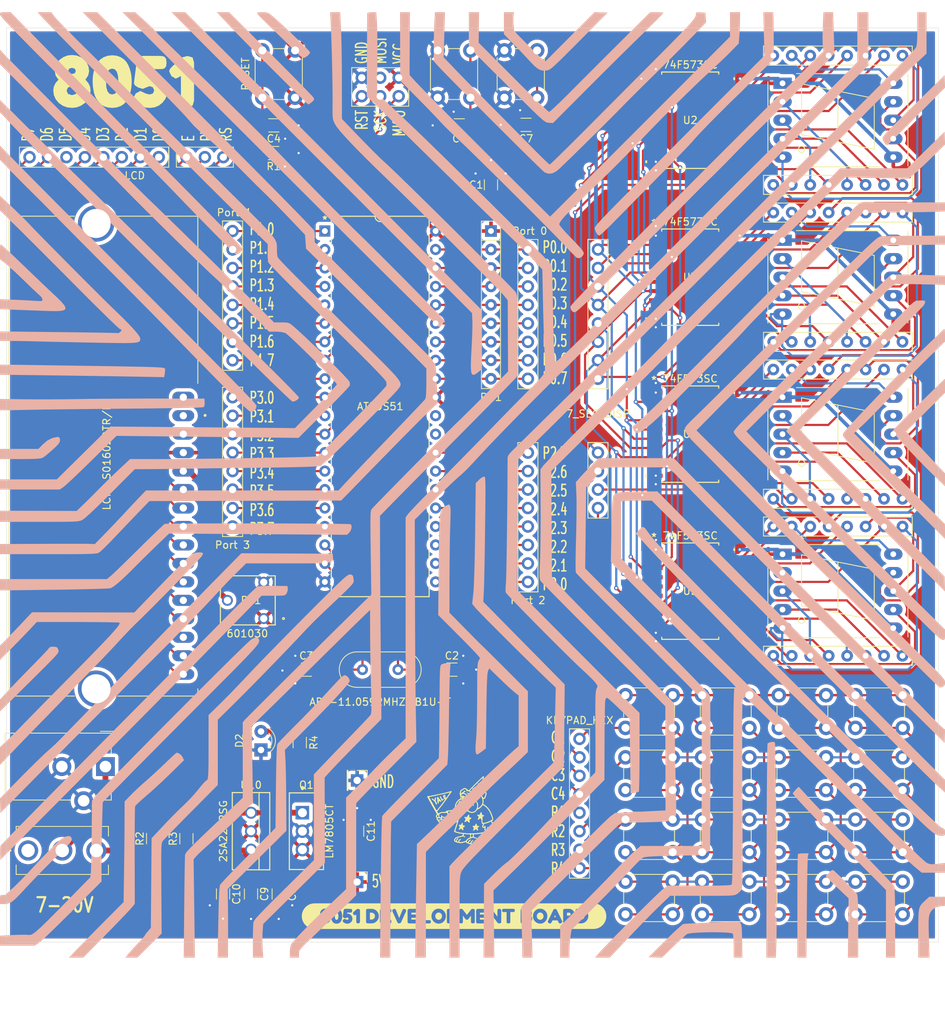
<source format=kicad_pcb>
(kicad_pcb (version 20241229) (generator "pcbnew") (generator_version "9.0")
  (layers (0 "F.Cu" signal) (2 "B.Cu" signal) (13 "F.Paste" user) (15 "B.Paste" user) (5 "F.SilkS" user "F.Silkscreen") (7 "B.SilkS" user "B.Silkscreen") (1 "F.Mask" user) (3 "B.Mask" user) (25 "Edge.Cuts" user))
  (net 0 "")
  (net 1 "GND")
  (net 2 "+5V")
  (net 3 "/XTAL2")
  (net 4 "/XTAL1")
  (net 5 "/RST")
  (net 6 "/P3.2")
  (net 7 "/P3.3")
  (net 8 "Net-(SW20-A)")
  (net 9 "Net-(D2-A)")
  (net 10 "/P1.7")
  (net 11 "/P1.5")
  (net 12 "/P1.4")
  (net 13 "/P1.2")
  (net 14 "/P1.1")
  (net 15 "/P1.3")
  (net 16 "/P1.6")
  (net 17 "/P1.0")
  (net 18 "/P0.3")
  (net 19 "/P0.7")
  (net 20 "/P0.5")
  (net 21 "/P0.0")
  (net 22 "/P0.2")
  (net 23 "/P0.4")
  (net 24 "/P0.1")
  (net 25 "/P0.6")
  (net 26 "/P2.6")
  (net 27 "/P2.7")
  (net 28 "/P2.1")
  (net 29 "/P2.3")
  (net 30 "/P2.4")
  (net 31 "/P2.0")
  (net 32 "/P2.5")
  (net 33 "/P2.2")
  (net 34 "/P3.5")
  (net 35 "/P3.1")
  (net 36 "/P3.4")
  (net 37 "/P3.0")
  (net 38 "/P3.6")
  (net 39 "/P3.7")
  (net 40 "/KEYPAD_HEX/R3")
  (net 41 "/KEYPAD_HEX/R2")
  (net 42 "/KEYPAD_HEX/C2")
  (net 43 "/KEYPAD_HEX/R4")
  (net 44 "/KEYPAD_HEX/C4")
  (net 45 "/KEYPAD_HEX/C3")
  (net 46 "/KEYPAD_HEX/R1")
  (net 47 "/KEYPAD_HEX/C1")
  (net 48 "/LCD/D2")
  (net 49 "/LCD/D5")
  (net 50 "/LCD/D7")
  (net 51 "/LCD/D6")
  (net 52 "/LCD/D4")
  (net 53 "/LCD/D0")
  (net 54 "/LCD/D1")
  (net 55 "/LCD/D3")
  (net 56 "/LCD/E")
  (net 57 "/LCD/RS")
  (net 58 "/LCD/RW")
  (net 59 "Net-(J10-VO)")
  (net 62 "Net-(J12-Pin_7)")
  (net 63 "Net-(J12-Pin_8)")
  (net 64 "Net-(J12-Pin_4)")
  (net 65 "Net-(J12-Pin_3)")
  (net 66 "Net-(J12-Pin_1)")
  (net 67 "Net-(J12-Pin_2)")
  (net 68 "Net-(J12-Pin_6)")
  (net 69 "Net-(J12-Pin_5)")
  (net 70 "Net-(J13-Pin_3)")
  (net 71 "Net-(J13-Pin_2)")
  (net 72 "Net-(J13-Pin_1)")
  (net 73 "Net-(J13-Pin_4)")
  (net 74 "Net-(Q1-IN)")
  (net 75 "Net-(RN2-R1.2)")
  (net 76 "Net-(RN2-R2.1)")
  (net 77 "Net-(RN2-R4.2)")
  (net 78 "Net-(RN2-R2.2)")
  (net 79 "Net-(RN2-R1.1)")
  (net 80 "Net-(RN2-R3.1)")
  (net 81 "Net-(RN2-R3.2)")
  (net 82 "Net-(RN2-R4.1)")
  (net 83 "Net-(RN3-R3.2)")
  (net 84 "Net-(RN3-R4.1)")
  (net 85 "Net-(RN3-R4.2)")
  (net 86 "Net-(RN3-R1.1)")
  (net 87 "Net-(RN3-R3.1)")
  (net 88 "Net-(RN3-R2.1)")
  (net 89 "Net-(RN3-R1.2)")
  (net 90 "Net-(RN3-R2.2)")
  (net 91 "Net-(RN4-R4.2)")
  (net 92 "Net-(RN4-R1.1)")
  (net 93 "Net-(RN4-R2.2)")
  (net 94 "Net-(RN4-R3.2)")
  (net 95 "Net-(RN4-R3.1)")
  (net 96 "Net-(RN4-R1.2)")
  (net 97 "Net-(RN4-R2.1)")
  (net 98 "Net-(RN4-R4.1)")
  (net 99 "Net-(RN5-R3.2)")
  (net 100 "Net-(RN5-R2.2)")
  (net 101 "Net-(RN5-R4.2)")
  (net 102 "Net-(RN5-R2.1)")
  (net 103 "Net-(RN5-R1.1)")
  (net 104 "Net-(RN5-R4.1)")
  (net 105 "Net-(RN5-R1.2)")
  (net 106 "Net-(RN5-R3.1)")
  (net 107 "Net-(RN6-R4.1)")
  (net 108 "Net-(RN6-R2.2)")
  (net 109 "Net-(RN6-R2.1)")
  (net 110 "Net-(RN6-R3.2)")
  (net 111 "Net-(RN6-R1.1)")
  (net 112 "Net-(RN6-R1.2)")
  (net 113 "Net-(RN6-R4.2)")
  (net 114 "Net-(RN6-R3.1)")
  (net 115 "Net-(RN7-R2.2)")
  (net 116 "Net-(RN7-R4.2)")
  (net 117 "Net-(RN7-R3.2)")
  (net 118 "Net-(RN7-R3.1)")
  (net 119 "Net-(RN7-R1.2)")
  (net 120 "Net-(RN7-R2.1)")
  (net 121 "Net-(RN7-R1.1)")
  (net 122 "Net-(RN7-R4.1)")
  (net 123 "Net-(RN8-R2.1)")
  (net 124 "Net-(RN8-R3.1)")
  (net 125 "Net-(RN8-R1.2)")
  (net 126 "Net-(RN8-R4.1)")
  (net 127 "Net-(RN8-R3.2)")
  (net 128 "Net-(RN8-R2.2)")
  (net 129 "Net-(RN8-R4.2)")
  (net 130 "Net-(RN8-R1.1)")
  (net 131 "Net-(RN9-R4.2)")
  (net 132 "Net-(RN9-R1.2)")
  (net 133 "Net-(RN9-R2.1)")
  (net 134 "Net-(RN9-R3.1)")
  (net 135 "Net-(RN9-R2.2)")
  (net 136 "Net-(RN9-R1.1)")
  (net 137 "Net-(RN9-R3.2)")
  (net 138 "Net-(RN9-R4.1)")
  (net 142 "/PWR/VIN")
  (footprint "Button_Switch_THT:SW_PUSH_6mm_H7.3mm" (layer "F.Cu") (at 222.88 147.91)
    (property "Reference" "SW19" (hide yes))
    (property "Value" "SW_Push_Dual")
  )
  (footprint "Connector_PinHeader_2.54mm:PinHeader_1x01_P2.54mm_Vertical" (layer "F.Cu") (at 154.305 133.985 -90)
    (property "Reference" "J15" (hide yes))
    (property "Value" "Conn_01x01")
  )
  (footprint "Resistor_THT:R_Array_SIP8" (layer "F.Cu") (at 229.355 73.66 180)
    (property "Reference" "RN5" (hide yes))
    (property "Value" "R_Pack04_SIP")
  )
  (footprint "Button_Switch_THT:SW_PUSH_6mm_H7.3mm" (layer "F.Cu") (at 191.23 147.91)
    (property "Reference" "SW7" (hide yes))
    (property "Value" "SW_Push_Dual")
  )
  (footprint "Button_Switch_THT:SW_PUSH_6mm_H7.3mm" (layer "F.Cu") (at 222.88 130.81)
    (property "Reference" "SW17" (hide yes))
    (property "Value" "SW_Push_Dual")
  )
  (footprint "Display_7Segment:7SegmentLED_LTS6760_LTS6780" (layer "F.Cu") (at 212.845 59.69)
    (property "Reference" "U7" (hide yes))
    (property "Value" "SC39-12EWA")
  )
  (footprint "Button_Switch_THT:SW_PUSH_6mm_H7.3mm" (layer "F.Cu") (at 212.33 122.26)
    (property "Reference" "SW12" (hide yes))
    (property "Value" "SW_Push_Dual")
  )
  (footprint "imports:LCD_LCM-S01602DTR_M" (layer "F.Cu") (at 119.38 89.38 90)
    (property "Reference" "J10" (hide yes))
    (property "Value" "LCM-S01602DTR_M")
  )
  (footprint "Crystal:Crystal_HC49-4H_Vertical" (layer "F.Cu") (at 159.92 118.745 180)
    (property "Reference" "Y1" (hide yes))
    (property "Value" "ABL-11.0592MHZ-B1U-T")
  )
  (footprint "Connector_PinHeader_2.54mm:PinHeader_1x04_P2.54mm_Vertical" (layer "F.Cu") (at 187.445 88.9)
    (property "Reference" "J13" (hide yes))
    (property "Value" "Conn_01x04")
  )
  (footprint "Button_Switch_THT:SW_PUSH_6mm_H7.3mm" (layer "F.Cu") (at 201.78 147.91)
    (property "Reference" "SW11" (hide yes))
    (property "Value" "SW_Push_Dual")
  )
  (footprint "Button_Switch_THT:SW_PUSH_6mm_H7.3mm" (layer "F.Cu") (at 201.78 122.26)
    (property "Reference" "SW8" (hide yes))
    (property "Value" "SW_Push_Dual")
  )
  (footprint "Connector_PinHeader_2.54mm:PinHeader_1x08_P2.54mm_Vertical" (layer "F.Cu") (at 177.8 106.68 180)
    (property "Reference" "J4" (hide yes))
    (property "Value" "Conn_01x08")
  )
  (footprint "Display_7Segment:7SegmentLED_LTS6760_LTS6780" (layer "F.Cu") (at 212.845 81.28)
    (property "Reference" "U8" (hide yes))
    (property "Value" "SC39-12EWA")
  )
  (footprint "Button_Switch_THT:SW_PUSH_6mm_H7.3mm" (layer "F.Cu") (at 222.88 139.36)
    (property "Reference" "SW18" (hide yes))
    (property "Value" "SW_Push_Dual")
  )
  (footprint "Display_7Segment:7SegmentLED_LTS6760_LTS6780" (layer "F.Cu") (at 212.845 102.87)
    (property "Reference" "U9" (hide yes))
    (property "Value" "SC39-12EWA")
  )
  (footprint "Connector_PinHeader_2.54mm:PinHeader_1x08_P2.54mm_Vertical" (layer "F.Cu") (at 184.905 128.27)
    (property "Reference" "J8" (hide yes))
    (property "Value" "Conn_01x08")
  )
  (footprint "LED_THT:LED_D3.0mm" (layer "F.Cu") (at 141.07 129.794 90)
    (property "Reference" "D2")
    (property "Value" "LED")
  )
  (footprint "Resistor_THT:R_Array_SIP8" (layer "F.Cu") (at 211.575 55.88)
    (property "Reference" "RN4" (hide yes))
    (property "Value" "R_Pack04_SIP")
  )
  (footprint "Button_Switch_THT:SW_PUSH_6mm_H7.3mm" (layer "F.Cu") (at 212.33 139.36)
    (property "Reference" "SW14" (hide yes))
    (property "Value" "SW_Push_Dual")
  )
  (footprint "Button_Switch_THT:SW_PUSH_6mm_H7.3mm" (layer "F.Cu") (at 222.88 122.26)
    (property "Reference" "SW16" (hide yes))
    (property "Value" "SW_Push_Dual")
  )
  (footprint "Capacitor_SMD:C_1206_3216Metric_Pad1.33x1.80mm_HandSolder" (layer "F.Cu") (at 177.546 43.815)
    (property "Reference" "C7")
    (property "Value" "1uF")
  )
  (footprint "Button_Switch_THT:SW_PUSH_6mm_H7.3mm" (layer "F.Cu") (at 191.23 130.81)
    (property "Reference" "SW5" (hide yes))
    (property "Value" "SW_Push_Dual")
  )
  (footprint "Resistor_SMD:R_1206_3216Metric_Pad1.30x1.75mm_HandSolder" (layer "F.Cu") (at 130.81 142.006 90)
    (property "Reference" "R3")
    (property "Value" "2")
  )
  (footprint "Connector_PinHeader_2.54mm:PinHeader_1x08_P2.54mm_Vertical" (layer "F.Cu") (at 187.445 60.96)
    (property "Reference" "J12" (hide yes))
    (property "Value" "Conn_01x08")
  )
  (footprint "Capacitor_SMD:C_1206_3216Metric_Pad1.33x1.80mm_HandSolder" (layer "F.Cu") (at 142.839 43.89)
    (property "Reference" "C4")
    (property "Value" "10u")
  )
  (footprint "Button_Switch_THT:SW_PUSH_6mm_H7.3mm" (layer "F.Cu") (at 145.76 33.58 -90)
    (property "Reference" "SW1" (hide yes))
    (property "Value" "SW_Push_Dual")
  )
  (footprint "Button_Switch_THT:SW_PUSH_6mm_H7.3mm" (layer "F.Cu") (at 191.23 139.36)
    (property "Reference" "SW6" (hide yes))
    (property "Value" "SW_Push_Dual")
  )
  (footprint "Capacitor_SMD:C_1206_3216Metric_Pad1.33x1.80mm_HandSolder" (layer "F.Cu") (at 135.85 149.606 -90)
    (property "Reference" "C10")
    (property "Value" "0.1uF")
  )
  (footprint "Capacitor_SMD:C_1206_3216Metric_Pad1.33x1.80mm_HandSolder" (layer "F.Cu") (at 172.72 52.07 90)
    (property "Reference" "C1")
    (property "Value" "0.1uF")
  )
  (footprint "Resistor_THT:R_Array_SIP8" (layer "F.Cu") (at 211.575 99.06)
    (property "Reference" "RN8" (hide yes))
    (property "Value" "R_Pack04_SIP")
  )
  (footprint "imports:500SSP1S1M2QEA" (layer "F.Cu") (at 109.02 143.625)
    (property "Reference" "SW20" (hide yes))
    (property "Value" "SW_Nidec_CAS-120A1" (hide yes))
  )
  (footprint "Resistor_THT:R_Array_SIP8" (layer "F.Cu") (at 229.355 52.07 180)
    (property "Reference" "RN3" (hide yes))
    (property "Value" "R_Pack04_SIP")
  )
  (footprint "kibuzzard-68D8BB38" (layer "F.Cu") (at 122.174 37.846)
    (property "Reference" "kibuzzard-68D8BB38" (hide yes))
    (property "Value" "G***" (hide yes))
  )
  (footprint "Connector_PinHeader_2.54mm:PinHeader_1x03_P2.54mm_Vertical" (layer "F.Cu") (at 135.89 48.26 -90)
    (property "Reference" "J11" (hide yes))
    (property "Value" "Conn_01x03")
  )
  (footprint "Button_Switch_THT:SW_PUSH_6mm_H7.3mm" (layer "F.Cu") (at 212.33 147.91)
    (property "Reference" "SW15" (hide yes))
    (property "Value" "SW_Push_Dual")
  )
  (footprint "Resistor_THT:R_Array_SIP8" (layer "F.Cu") (at 211.575 77.47)
    (property "Reference" "RN6" (hide yes))
    (property "Value" "R_Pack04_SIP")
  )
  (footprint "Display_7Segment:7SegmentLED_LTS6760_LTS6780" (layer "F.Cu") (at 212.845 38.1)
    (property "Reference" "U6" (hide yes))
    (property "Value" "SC39-12EWA")
  )
  (footprint "Connector_PinHeader_2.54mm:PinHeader_2x03_P2.54mm_Vertical" (layer "F.Cu") (at 160.02 37.333 -90)
    (property "Reference" "J6" (hide yes))
    (property "Value" "Conn_02x03_Counter_Clockwise")
  )
  (footprint "Connector_PinHeader_2.54mm:PinHeader_1x08_P2.54mm_Vertical" (layer "F.Cu") (at 137.16 81.28)
    (property "Reference" "J5" (hide yes))
    (property "Value" "Conn_01x08")
  )
  (footprint "Button_Switch_THT:SW_PUSH_6mm_H7.3mm" (layer "F.Cu") (at 201.78 130.81)
    (property "Reference" "SW9" (hide yes))
    (property "Value" "SW_Push_Dual")
  )
  (footprint "kibuzzard-68D8BC51" (layer "F.Cu") (at 167.64 152.654)
    (property "Reference" "kibuzzard-68D8BC51" (hide yes))
    (property "Value" "G***" (hide yes))
  )
  (footprint "imports:601030_AVX" (layer "F.Cu") (at 141.4504 111.7212 90)
    (property "Reference" "RV1")
    (property "Value" "601030")
  )
  (footprint "Connector_BarrelJack:BarrelJack_CUI_PJ-102AH_Horizontal" (layer "F.Cu") (at 119.665 132.08 -90)
    (property "Reference" "J14" (hide yes))
    (property "Value" "PJ-102A")
  )
  (footprint "Button_Switch_THT:SW_PUSH_6mm_H7.3mm" (layer "F.Cu") (at 169.89 33.58 -90)
    (property "Reference" "SW2" (hide yes))
    (property "Value" "SW_Push_Dual")
  )
  (footprint "Capacitor_SMD:C_1206_3216Metric_Pad1.33x1.80mm_HandSolder" (layer "F.Cu") (at 143.51 149.606 -90)
    (property "Reference" "C8")
    (property "Value" "10uF")
  )
  (footprint "Button_Switch_THT:SW_PUSH_6mm_H7.3mm" (layer "F.Cu") (at 179.07 33.58 -90)
    (property "Reference" "SW3" (hide yes))
    (property "Value" "SW_Push_Dual")
  )
  (footprint "Capacitor_SMD:C_1206_3216Metric_Pad1.33x1.80mm_HandSolder" (layer "F.Cu") (at 168.366 43.89 180)
    (property "Reference" "C6")
    (property "Value" "1uF")
  )
  (footprint "Resistor_THT:R_Array_SIP8" (layer "F.Cu") (at 211.575 34.29)
    (property "Reference" "RN2" (hide yes))
    (property "Value" "R_Pack04_SIP")
  )
  (footprint "Resistor_THT:R_Array_SIP8" (layer "F.Cu") (at 229.355 116.84 180)
    (property "Reference" "RN9" (hide yes))
    (property "Value" "R_Pack04_SIP")
  )
  (footprint "Capacitor_SMD:C_1206_3216Metric_Pad1.33x1.80mm_HandSolder" (layer "F.Cu") (at 167.3475 118.745)
    (property "Reference" "C2")
    (property "Value" "30pF")
  )
  (footprint "Resistor_SMD:R_1206_3216Metric_Pad1.30x1.75mm_HandSolder" (layer "F.Cu") (at 142.809 47.7 180)
    (property "Reference" "R1")
    (property "Value" "10k")
  )
  (footprint "LOGO" (layer "F.Cu") (at 168.656 138.176)
    (property "Reference" "G***" (hide yes))
    (property "Value" "LOGO" (hide yes))
  )
  (footprint "Button_Switch_THT:SW_PUSH_6mm_H7.3mm" (layer "F.Cu") (at 191.23 122.26)
    (property "Reference" "SW4" (hide yes))
    (property "Value" "SW_Push_Dual")
  )
  (footprint "Resistor_THT:R_Array_SIP9" (layer "F.Cu") (at 172.72 58.42 -90)
    (property "Reference" "RN1")
    (property "Value" "R_Network08_US")
  )
  (footprint "Button_Switch_THT:SW_PUSH_6mm_H7.3mm" (layer "F.Cu") (at 201.78 139.36)
    (property "Reference" "SW10" (hide yes))
    (property "Value" "SW_Push_Dual")
  )
  (footprint "imports:SOIC20_12P7X5P4_ONS" (layer "F.Cu") (at 200.145 64.77)
    (property "Reference" "U3")
    (property "Value" "74F573SC")
  )
  (footprint "imports:TO254P1054X470X2600-3" (layer "F.Cu") (at 146.772 138.43 -90)
    (property "Reference" "Q1")
    (property "Value" "LM7805CT_NOPB")
  )
  (footprint "Connector_PinHeader_2.54mm:PinHeader_1x01_P2.54mm_Vertical" (layer "F.Cu") (at 154.305 147.955 -90)
    (property "Reference" "J16" (hide yes))
    (property "Value" "Conn_01x01")
  )
  (footprint "Capacitor_SMD:C_1206_3216Metric_Pad1.33x1.80mm_HandSolder" (layer "F.Cu") (at 154.305 140.97 90)
    (property "Reference" "C11")
    (property "Value" "0.1uF")
  )
  (footprint "Connector_PinHeader_2.54mm:PinHeader_1x08_P2.54mm_Vertical" (layer "F.Cu") (at 177.8 60.96)
    (property "Reference" "J3" (hide yes))
    (property "Value" "Conn_01x08")
  )
  (footprint "Resistor_SMD:R_1206_3216Metric_Pad1.30x1.75mm_HandSolder" (layer "F.Cu") (at 126.23 141.986 90)
    (property "Reference" "R2")
    (property "Value" "2")
  )
  (footprint "Resistor_SMD:R_1206_3216Metric_Pad1.30x1.75mm_HandSolder" (layer "F.Cu") (at 146.404 128.778 90)
    (property "Reference" "R4")
    (property "Value" "150")
  )
  (footprint "Capacitor_SMD:C_1206_3216Metric_Pad1.33x1.80mm_HandSolder" (layer "F.Cu") (at 147.32 118.745 180)
    (property "Reference" "C3")
    (property "Value" "30pF")
  )
  (footprint "imports:40P6_ATM" (layer "F.Cu") (at 149.86 58.42)
    (property "Reference" "U1" (hide yes))
    (property "Value" "AT89S51-24PU")
  )
  (footprint "imports:SOIC20_12P7X5P4_ONS" (layer "F.Cu") (at 200.1371 86.355)
    (property "Reference" "U4")
    (property "Value" "74F573SC")
  )
  (footprint "imports:TO-220F-3SG_15P87X10P16_ONS" (layer "F.Cu") (at 139.7 138.43 -90)
    (property "Reference" "U10")
    (property "Value" "2SA2222SG")
  )
  (footprint "Button_Switch_THT:SW_PUSH_6mm_H7.3mm" (layer "F.Cu") (at 212.33 130.81)
    (property "Reference" "SW13" (hide yes))
    (property "Value" "SW_Push_Dual")
  )
  (footprint "Resistor_THT:R_Array_SIP8" (layer "F.Cu") (at 229.355 95.25 180)
    (property "Reference" "RN7" (hide yes))
    (property "Value" "R_Pack04_SIP")
  )
  (footprint "Connector_PinHeader_2.54mm:PinHeader_1x08_P2.54mm_Vertical" (layer "F.Cu") (at 137.16 58.42)
    (property "Reference" "J1" (hide yes))
    (property "Value" "Conn_01x08")
  )
  (footprint "imports:SOIC20_12P7X5P4_ONS" (layer "F.Cu") (at 200.145 43.18)
    (property "Reference" "U2")
    (property "Value" "74F573SC")
  )
  (footprint "imports:SOIC20_12P7X5P4_ONS" (layer "F.Cu") (at 200.145 107.95)
    (property "Reference" "U5")
    (property "Value" "74F573SC")
  )
  (footprint "Connector_PinHeader_2.54mm:PinHeader_1x08_P2.54mm_Vertical" (layer "F.Cu") (at 127 48.26 -90)
    (property "Reference" "J9" (hide yes))
    (property "Value" "Conn_01x08")
  )
  (footprint "Capacitor_SMD:C_1206_3216Metric_Pad1.33x1.80mm_HandSolder" (layer "F.Cu") (at 139.7 149.606 -90)
    (property "Reference" "C9")
    (property "Value" "1uF")
  )
  (footprint "LOGO" (layer "B.Cu") (at 170.18 93.341146)
    (property "Reference" "G***" (hide yes))
    (property "Value" "LOGO" (hide yes))
  )
  (gr_rect (start 106.045 30.48) (end 234.315 156.21) (stroke (width 0.05)) (fill no) (layer "Edge.Cuts"))
  (gr_text "D7\nD6\nD5\nD4\nD3\nD2\nD1\nD0" (at 128.016 46.228 90) (layer "F.SilkS") (effects (font (size 1.6 1) (thickness 0.2) (bold yes)) (justify left bottom)))
  (gr_text "74F573SC" (at 200.145 35.56 0) (layer "F.SilkS") (effects (font (size 1 1))))
  (gr_text "AT89S51" (at 157.48 82.55 0) (layer "F.SilkS") (effects (font (size 1 1))))
  (gr_text "Port 3" (at 137.16 101.6 0) (layer "F.SilkS") (effects (font (size 1 1))))
  (gr_text "Port 2" (at 177.8 109.22 0) (layer "F.SilkS") (effects (font (size 1 1))))
  (gr_text "P1.0\nP1.1\nP1.2\nP1.3\nP1.4\nP1.5\nP1.6\nP1.7\n\nP3.0\nP3.1\nP3.2\nP3.3\nP3.4\nP3.5\nP3.6\nP3.7" (at 143.0274 100.33 0) (layer "F.SilkS") (effects (font (size 1.6 1) (thickness 0.2) (bold yes)) (justify right bottom)))
  (gr_text "E\nRW\nRS" (at 137.16 46.228 90) (layer "F.SilkS") (effects (font (size 1.6 1) (thickness 0.2) (bold yes)) (justify left bottom)))
  (gr_text "LM7805CT" (at 150.495 140.97 90) (layer "F.SilkS") (effects (font (size 1 1))))
  (gr_text "RST\nSCK\nMISO" (at 161.036 41.656 90) (layer "F.SilkS") (effects (font (size 1.6 1) (thickness 0.2) (bold yes)) (justify right bottom)))
  (gr_text "601030" (at 139.192 113.792 0) (layer "F.SilkS") (effects (font (size 1 1))))
  (gr_text "74F573SC" (at 200.1371 78.74 0) (layer "F.SilkS") (effects (font (size 1 1))))
  (gr_text "\nP0.0\nP0.1\nP0.2\nP0.3\nP0.4\nP0.5\nP0.6\nP0.7\n\n\n\nP2.7\nP2.6\nP2.5\nP2.4\nP2.3\nP2.2\nP2.1\nP2.0" (at 179.705 107.95 0) (layer "F.SilkS") (effects (font (size 1.6 1) (thickness 0.2) (bold yes)) (justify left bottom)))
  (gr_text "LCM-S01602DTR/M" (at 119.8425 89.38 90) (layer "F.SilkS") (effects (font (size 1 1))))
  (gr_text "KEYPAD_HEX" (at 184.912 125.73 0) (layer "F.SilkS") (effects (font (size 1 1))))
  (gr_text "C1\nC2\nC3\nC4\nR1\nR2\nR3\nR4" (at 180.848 147.066 0) (layer "F.SilkS") (effects (font (size 1.6 1) (thickness 0.2) (bold yes)) (justify left bottom)))
  (gr_text "GND\n\n\n\n\n5V" (at 156.21 148.844 0) (layer "F.SilkS") (effects (font (size 1.7 1) (thickness 0.2) (bold yes)) (justify left bottom)))
  (gr_text "GND\nMOSI\nVCC" (at 161.036 35.56 90) (layer "F.SilkS") (effects (font (size 1.6 1) (thickness 0.2) (bold yes)) (justify left bottom)))
  (gr_text "7-20V" (at 114.046 151.13 0) (layer "F.SilkS") (effects (font (size 2 1.6) (thickness 0.3))))
  (gr_text "LCD" (at 123.698 50.8 0) (layer "F.SilkS") (effects (font (size 1 1))))
  (gr_text "RESET" (at 138.938 36.83 90) (layer "F.SilkS") (effects (font (size 1 1))))
  (gr_text "7_SEG_DISP" (at 187.452 83.566 0) (layer "F.SilkS") (effects (font (size 1 1))))
  (gr_text "74F573SC" (at 200.145 57.15 0) (layer "F.SilkS") (effects (font (size 1 1))))
  (gr_text "2SA2222SG" (at 135.89 140.97 90) (layer "F.SilkS") (effects (font (size 1 1))))
  (gr_text "Port 0" (at 178.054 58.42 0) (layer "F.SilkS") (effects (font (size 1 1))))
  (gr_text "Port 1" (at 137.414 55.88 0) (layer "F.SilkS") (effects (font (size 1 1))))
  (gr_text "ABL-11.0592MHZ-B1U-T" (at 157.48 123.19 0) (layer "F.SilkS") (effects (font (size 1 1))))
  (gr_text "74F573SC" (at 200.145 100.33 0) (layer "F.SilkS") (effects (font (size 1 1))))
  (segment (start 172.72 50.5075) (end 172.72 48.6664) (width 0.8) (layer "F.Cu") (net 1))
  (segment (start 152.438 139.408) (end 154.305 139.408) (width 0.8) (layer "F.Cu") (net 1))
  (segment (start 168.91 120.65) (end 168.91 118.745) (width 0.8) (layer "F.Cu") (net 1))
  (segment (start 195.4179 113.675) (end 195.4079 113.665) (width 0.3) (layer "F.Cu") (net 1))
  (segment (start 195.402 92.0693) (end 195.402 92.2593) (width 0.5) (layer "F.Cu") (net 1))
  (segment (start 145.796 116.84) (end 145.796 118.706) (width 0.8) (layer "F.Cu") (net 1))
  (segment (start 195.4 80.64) (end 195.3993 80.6393) (width 0.5) (layer "F.Cu") (net 1))
  (segment (start 195.402 70.4909) (end 195.4079 70.485) (width 0.5) (layer "F.Cu") (net 1))
  (segment (start 195.428 102.229) (end 195.428 100.914) (width 0.5) (layer "F.Cu") (net 1))
  (segment (start 195.402 102.229) (end 195.405 102.232) (width 0.3) (layer "F.Cu") (net 1))
  (segment (start 135.85 152.995) (end 135.85 151.1685) (width 0.8) (layer "F.Cu") (net 1))
  (segment (start 143.51 151.1685) (end 143.51 153.035) (width 0.8) (layer "F.Cu") (net 1))
  (segment (start 146.252 47.7) (end 144.359 47.7) (width 0.8) (layer "F.Cu") (net 1))
  (segment (start 195.4079 59.055) (end 195.402 59.0491) (width 0.5) (layer "F.Cu") (net 1))
  (segment (start 144.402 44.3905) (end 144.402 43.89) (width 0.3) (layer "F.Cu") (net 1))
  (segment (start 166.804 42.7973) (end 167.589 42.0116) (width 0.8) (layer "F.Cu") (net 1))
  (segment (start 144.402 44.3905) (end 144.402 45.72) (width 0.8) (layer "F.Cu") (net 1))
  (segment (start 195.405 102.232) (end 195.4079 102.2349) (width 0.3) (layer "F.Cu") (net 1))
  (segment (start 195.402 58.8624) (end 195.402 59.0491) (width 0.3) (layer "F.Cu") (net 1))
  (segment (start 144.402 43.89) (end 144.402 44.3905) (width 0.8) (layer "F.Cu") (net 1))
  (segment (start 144.359 49.5446) (end 144.359 47.7) (width 0.8) (layer "F.Cu") (net 1))
  (segment (start 145.796 120.65) (end 145.796 118.784) (width 0.8) (layer "F.Cu") (net 1))
  (segment (start 174.066 43.815) (end 175.9835 43.815) (width 0.8) (layer "F.Cu") (net 1))
  (segment (start 194.898 102.229) (end 195.402 102.229) (width 0.3) (layer "F.Cu") (net 1))
  (segment (start 170.599 50.5075) (end 172.72 50.5075) (width 0.8) (layer "F.Cu") (net 1))
  (segment (start 195.4079 37.465) (end 195.408 37.465) (width 0.5) (layer "F.Cu") (net 1))
  (segment (start 144.402 47.6575) (end 144.359 47.7) (width 0.8) (layer "F.Cu") (net 1))
  (segment (start 145.796 118.784) (end 145.758 118.745) (width 0.8) (layer "F.Cu") (net 1))
  (segment (start 170.688 118.745) (end 168.91 118.745) (width 0.8) (layer "F.Cu") (net 1))
  (segment (start 135.85 151.168) (end 139.7 151.168) (width 0.8) (layer "F.Cu") (net 1))
  (segment (start 195.4079 48.895) (end 195.408 48.895) (width 0.5) (layer "F.Cu") (net 1))
  (segment (start 195.4079 70.485) (end 195.408 70.485) (width 0.3) (layer "F.Cu") (net 1))
  (segment (start 135.85 151.1685) (end 135.85 151.168) (width 0.8) (layer "F.Cu") (net 1))
  (segment (start 175.984 43.815) (end 175.984 42.5581) (width 0.8) (layer "F.Cu") (net 1))
  (segment (start 134.024 151.168) (end 135.85 151.168) (width 0.8) (layer "F.Cu") (net 1))
  (segment (start 195.408 48.895) (end 195.408 50.0691) (width 0.5) (layer "F.Cu") (net 1))
  (segment (start 195.402 59.0491) (end 195.408 59.055) (width 0.3) (layer "F.Cu") (net 1))
  (segment (start 144.402 45.72) (end 144.402 47.6575) (width 0.8) (layer "F.Cu") (net 1))
  (segment (start 166.8035 43.89) (end 166.804 43.89) (width 0.8) (layer "F.Cu") (net 1))
  (segment (start 195.402 71.6534) (end 195.402 70.4909) (width 0.5) (layer "F.Cu") (net 1))
  (segment (start 195.4079 102.2349) (end 195.4079 102.235) (width 0.3) (layer "F.Cu") (net 1))
  (segment (start 193.421 37.465) (end 195.4079 37.465) (width 0.5) (layer "F.Cu") (net 1))
  (segment (start 139.7 151.168) (end 139.7 151.1685) (width 0.8) (layer "F.Cu") (net 1))
  (segment (start 195.428 113.852) (end 195.428 113.659) (width 0.5) (layer "F.Cu") (net 1))
  (segment (start 174.74 50.5075) (end 172.72 50.5075) (width 0.8) (layer "F.Cu") (net 1))
  (segment (start 195.4 92.07) (end 195.4007 92.0693) (width 0.5) (layer "F.Cu") (net 1))
  (segment (start 145.796 118.706) (end 145.758 118.745) (width 0.8) (layer "F.Cu") (net 1))
  (segment (start 195.418 113.675) (end 195.408 113.665) (width 0.3) (layer "F.Cu") (net 1))
  (segment (start 166.804 43.89) (end 166.804 42.7973) (width 0.8) (layer "F.Cu") (net 1))
  (segment (start 144.018 118.872) (end 145.63 118.872) (width 0.8) (layer "F.Cu") (net 1))
  (segment (start 194.881 80.6393) (end 195.399 80.6393) (width 0.3) (layer "F.Cu") (net 1))
  (segment (start 139.7 151.168) (end 143.51 151.168) (width 0.8) (layer "F.Cu") (net 1))
  (segment (start 195.428 113.852) (end 195.428 113.685) (width 0.3) (layer "F.Cu") (net 1))
  (segment (start 195.408 37.465) (end 195.408 36.1499) (width 0.5) (layer "F.Cu") (net 1))
  (segment (start 195.402 93.2434) (end 195.402 92.2593) (width 0.5) (layer "F.Cu") (net 1))
  (segment (start 195.402 92.072) (end 195.4 92.07) (width 0.3) (layer "F.Cu") (net 1))
  (segment (start 195.402 57.7342) (end 195.402 58.8624) (width 0.5) (layer "F.Cu") (net 1))
  (segment (start 154.305 139.408) (end 154.305 139.4075) (width 0.8) (layer "F.Cu") (net 1))
  (segment (start 195.405 102.232) (end 195.408 102.235) (width 0.3) (layer "F.Cu") (net 1))
  (segment (start 195.428 113.685) (end 195.418 113.675) (width 0.3) (layer "F.Cu") (net 1))
  (segment (start 139.7 151.1685) (end 139.7 153.035) (width 0.8) (layer "F.Cu") (net 1))
  (segment (start 145.63 118.872) (end 145.758 118.745) (width 0.8) (layer "F.Cu") (net 1))
  (segment (start 195.4007 92.0693) (end 195.402 92.0693) (width 0.5) (layer "F.Cu") (net 1))
  (segment (start 143.51 151.168) (end 143.51 151.1685) (width 0.8) (layer "F.Cu") (net 1))
  (segment (start 195.428 114.833) (end 195.428 113.852) (width 0.5) (layer "F.Cu") (net 1))
  (segment (start 195.402 92.2593) (end 195.402 92.072) (width 0.3) (layer "F.Cu") (net 1))
  (segment (start 195.402 80.6393) (end 195.402 79.3242) (width 0.5) (layer "F.Cu") (net 1))
  (segment (start 195.418 113.675) (end 195.4179 113.675) (width 0.3) (layer "F.Cu") (net 1))
  (segment (start 195.3993 80.6393) (end 194.881 80.6393) (width 0.5) (layer "F.Cu") (net 1))
  (segment (start 195.399 80.6393) (end 195.4 80.64) (width 0.3) (layer "F.Cu") (net 1))
  (segment (start 175.9835 43.815) (end 175.984 43.815) (width 0.8) (layer "F.Cu") (net 1))
  (segment (start 156.172 139.408) (end 154.305 139.408) (width 0.8) (layer "F.Cu") (net 1))
  (segment (start 146.252 43.89) (end 144.402 43.89) (width 0.8) (layer "F.Cu") (net 1))
  (segment (start 164.695 43.89) (end 166.8035 43.89) (width 0.8) (layer "F.Cu") (net 1))
  (segment (start 145.376 151.168) (end 143.51 151.168) (width 0.8) (layer "F.Cu") (net 1))
  (segment (start 154.305 139.4075) (end 154.305 137.795) (width 0.8) (layer "F.Cu") (net 1))
  (segment (start 175.984 42.5581) (end 176.733 41.8084) (width 0.8) (layer "F.Cu") (net 1))
  (segment (start 194.881 80.6393) (end 195.402 80.6393) (width 0.5) (layer "F.Cu") (net 1))
  (segment (start 194.898 102.229) (end 195.428 102.229) (width 0.5) (layer "F.Cu") (net 1))
  (segment (start 168.91 116.84) (end 168.91 118.745) (width 0.8) (layer "F.Cu") (net 1))
  (via (at 174.74 50.5075) (size 0.6) (drill 0.3) (layers "F.Cu" "B.Cu") (net 1))
  (via (at 195.428 100.914) (size 0.6) (drill 0.3) (layers "F.Cu" "B.Cu") (net 1))
  (via (at 164.695 43.89) (size 0.6) (drill 0.3) (layers "F.Cu" "B.Cu") (net 1))
  (via (at 195.402 79.3242) (size 0.6) (drill 0.3) (layers "F.Cu" "B.Cu") (net 1))
  (via (at 195.402 57.7342) (size 0.6) (drill 0.3) (layers "F.Cu" "B.Cu") (net 1))
  (via (at 195.4079 102.235) (size 0.6) (drill 0.3) (layers "F.Cu" "B.Cu") (net 1))
  (via (at 195.408 50.0691) (size 0.6) (drill 0.3) (layers "F.Cu" "B.Cu") (net 1))
  (via (at 195.4079 70.485) (size 0.6) (drill 0.3) (layers "F.Cu" "B.Cu") (net 1))
  (via (at 176.733 41.8084) (size 0.6) (drill 0.3) (layers "F.Cu" "B.Cu") (net 1))
  (via (at 193.421 37.465) (size 0.6) (drill 0.3) (layers "F.Cu" "B.Cu") (net 1))
  (via (at 145.376 151.168) (size 0.6) (drill 0.3) (layers "F.Cu" "B.Cu") (net 1))
  (via (at 152.438 139.408) (size 0.6) (drill 0.3) (layers "F.Cu" "B.Cu") (net 1))
  (via (at 154.305 137.795) (size 0.6) (drill 0.3) (layers "F.Cu" "B.Cu") (net 1))
  (via (at 167.589 42.0116) (size 0.6) (drill 0.3) (layers "F.Cu" "B.Cu") (net 1))
  (via (at 195.4 80.64) (size 0.6) (drill 0.3) (layers "F.Cu" "B.Cu") (net 1))
  (via (at 134.024 151.168) (size 0.6) (drill 0.3) (layers "F.Cu" "B.Cu") (net 1))
  (via (at 156.172 139.408) (size 0.6) (drill 0.3) (layers "F.Cu" "B.Cu") (net 1))
  (via (at 195.4 92.07) (size 0.6) (drill 0.3) (layers "F.Cu" "B.Cu") (net 1))
  (via (at 144.402 45.72) (size 0.6) (drill 0.3) (layers "F.Cu" "B.Cu") (net 1))
  (via (at 195.4079 48.895) (size 0.6) (drill 0.3) (layers "F.Cu" "B.Cu") (net 1))
  (via (at 172.72 48.6664) (size 0.6) (drill 0.3) (layers "F.Cu" "B.Cu") (net 1))
  (via (at 143.51 153.035) (size 0.6) (drill 0.3) (layers "F.Cu" "B.Cu") (net 1))
  (via (at 145.796 116.84) (size 0.6) (drill 0.3) (layers "F.Cu" "B.Cu") (net 1))
  (via (at 144.018 118.872) (size 0.6) (drill 0.3) (layers "F.Cu" "B.Cu") (net 1))
  (via (at 195.4079 59.055) (size 0.6) (drill 0.3) (layers "F.Cu" "B.Cu") (net 1))
  (via (at 195.428 114.833) (size 0.6) (drill 0.3) (layers "F.Cu" "B.Cu") (net 1))
  (via (at 146.252 43.89) (size 0.6) (drill 0.3) (layers "F.Cu" "B.Cu") (net 1))
  (via (at 195.402 93.2434) (size 0.6) (drill 0.3) (layers "F.Cu" "B.Cu") (net 1))
  (via (at 146.252 47.7) (size 0.6) (drill 0.3) (layers "F.Cu" "B.Cu") (net 1))
  (via (at 174.066 43.815) (size 0.6) (drill 0.3) (layers "F.Cu" "B.Cu") (net 1))
  (via (at 195.402 71.6534) (size 0.6) (drill 0.3) (layers "F.Cu" "B.Cu") (net 1))
  (via (at 168.91 116.84) (size 0.6) (drill 0.3) (layers "F.Cu" "B.Cu") (net 1))
  (via (at 144.359 49.5446) (size 0.6) (drill 0.3) (layers "F.Cu" "B.Cu") (net 1))
  (via (at 170.688 118.745) (size 0.6) (drill 0.3) (layers "F.Cu" "B.Cu") (net 1))
  (via (at 135.85 152.995) (size 0.6) (drill 0.3) (layers "F.Cu" "B.Cu") (net 1))
  (via (at 195.4079 113.68) (size 0.6) (drill 0.3) (layers "F.Cu" "B.Cu") (net 1))
  (via (at 195.408 36.1499) (size 0.6) (drill 0.3) (layers "F.Cu" "B.Cu") (net 1))
  (via (at 139.7 153.035) (size 0.6) (drill 0.3) (layers "F.Cu" "B.Cu") (net 1))
  (via (at 145.796 120.65) (size 0.6) (drill 0.3) (layers "F.Cu" "B.Cu") (net 1))
  (via (at 170.599 50.5075) (size 0.6) (drill 0.3) (layers "F.Cu" "B.Cu") (net 1))
  (via (at 168.91 120.65) (size 0.6) (drill 0.3) (layers "F.Cu" "B.Cu") (net 1))
  (segment (start 205.174 102.235) (end 206.952 102.235) (width 0.5) (layer "F.Cu") (net 2))
  (segment (start 204.882 37.465) (end 204.8821 37.465) (width 0.5) (layer "F.Cu") (net 2))
  (segment (start 205.174 59.055) (end 206.952 59.055) (width 0.5) (layer "F.Cu") (net 2))
  (segment (start 204.8821 37.465) (end 207.003 37.465) (width 0.5) (layer "F.Cu") (net 2))
  (segment (start 205.174 80.645) (end 206.952 80.645) (width 0.5) (layer "F.Cu") (net 2))
  (via (at 206.952 102.235) (size 0.6) (drill 0.3) (layers "F.Cu" "B.Cu") (net 2))
  (via (at 206.952 59.055) (size 0.6) (drill 0.3) (layers "F.Cu" "B.Cu") (net 2))
  (via (at 206.952 80.645) (size 0.6) (drill 0.3) (layers "F.Cu" "B.Cu") (net 2))
  (via (at 207.003 37.465) (size 0.6) (drill 0.3) (layers "F.Cu" "B.Cu") (net 2))
  (segment (start 206.952 102.235) (end 212.159 102.235) (width 0.5) (layer "B.Cu") (net 2))
  (segment (start 212.159 80.645) (end 212.794 81.28) (width 0.5) (layer "B.Cu") (net 2))
  (segment (start 212.159 59.055) (end 212.794 59.69) (width 0.5) (layer "B.Cu") (net 2))
  (segment (start 217.925 38.1) (end 228.085 48.26) (width 0.5) (layer "B.Cu") (net 2))
  (segment (start 212.21 37.465) (end 212.845 38.1) (width 0.5) (layer "B.Cu") (net 2))
  (segment (start 217.874 59.69) (end 228.034 69.85) (width 0.5) (layer "B.Cu") (net 2))
  (segment (start 217.874 102.87) (end 228.034 113.03) (width 0.5) (layer "B.Cu") (net 2))
  (segment (start 212.794 59.69) (end 217.874 59.69) (width 0.5) (layer "B.Cu") (net 2))
  (segment (start 212.845 102.87) (end 217.874 102.87) (width 0.5) (layer "B.Cu") (net 2))
  (segment (start 212.159 102.235) (end 212.794 102.87) (width 0.5) (layer "B.Cu") (net 2))
  (segment (start 206.952 59.055) (end 212.159 59.055) (width 0.5) (layer "B.Cu") (net 2))
  (segment (start 212.794 81.28) (end 217.874 81.28) (width 0.5) (layer "B.Cu") (net 2))
  (segment (start 212.794 102.87) (end 212.845 102.87) (width 0.5) (layer "B.Cu") (net 2))
  (segment (start 212.845 38.1) (end 217.925 38.1) (width 0.5) (layer "B.Cu") (net 2))
  (segment (start 207.003 37.465) (end 212.21 37.465) (width 0.5) (layer "B.Cu") (net 2))
  (segment (start 217.874 81.28) (end 228.034 91.44) (width 0.5) (layer "B.Cu") (net 2))
  (segment (start 206.952 80.645) (end 212.159 80.645) (width 0.5) (layer "B.Cu") (net 2))
  (segment (start 159.92 118.745) (end 159.92 111.66) (width 0.3) (layer "F.Cu") (net 3))
  (segment (start 165.785 118.745) (end 159.92 118.745) (width 0.3) (layer "F.Cu") (net 3))
  (segment (start 159.92 111.66) (end 149.86 101.6) (width 0.3) (layer "F.Cu") (net 3))
  (segment (start 155.04 118.745) (end 155.04 109.32) (width 0.3) (layer "F.Cu") (net 4))
  (segment (start 155.04 118.745) (end 148.882 118.745) (width 0.3) (layer "F.Cu") (net 4))
  (segment (start 155.04 109.32) (end 149.86 104.14) (width 0.3) (layer "F.Cu") (net 4))
  (segment (start 141.26 47.699) (end 141.259 47.7) (width 0.3) (layer "F.Cu") (net 5))
  (segment (start 141.26 43.89) (end 141.26 47.699) (width 0.3) (layer "F.Cu") (net 5))
  (segment (start 152.649 42.164) (end 154.94 39.873) (width 0.3) (layer "F.Cu") (net 5))
  (segment (start 141.26 33.58) (end 141.26 40.08) (width 0.3) (layer "F.Cu") (net 5))
  (segment (start 143.344 42.164) (end 152.649 42.164) (width 0.3) (layer "F.Cu") (net 5))
  (segment (start 134.62 56.388) (end 141.259 49.749) (width 0.3) (layer "F.Cu") (net 5))
  (segment (start 141.2765 43.89) (end 141.26 43.89) (width 0.3) (layer "F.Cu") (net 5))
  (segment (start 141.26 40.08) (end 141.26 43.89) (width 0.3) (layer "F.Cu") (net 5))
  (segment (start 141.259 49.749) (end 141.259 47.7) (width 0.3) (layer "F.Cu") (net 5))
  (segment (start 134.62 77.671) (end 134.62 56.388) (width 0.3) (layer "F.Cu") (net 5))
  (segment (start 149.86 78.74) (end 135.689 78.74) (width 0.3) (layer "F.Cu") (net 5))
  (segment (start 141.26 40.08) (end 143.344 42.164) (width 0.3) (layer "F.Cu") (net 5))
  (segment (start 135.689 78.74) (end 134.62 77.671) (width 0.3) (layer "F.Cu") (net 5))
  (segment (start 169.9285 43.89) (end 169.928 43.89) (width 0.3) (layer "F.Cu") (net 6))
  (segment (start 169.928 44.7015) (end 156.972 57.658) (width 0.3) (layer "F.Cu") (net 6))
  (segment (start 156.972 79.248) (end 149.86 86.36) (width 0.3) (layer "F.Cu") (net 6))
  (segment (start 169.928 43.89) (end 169.909 43.871) (width 0.3) (layer "F.Cu") (net 6))
  (segment (start 156.972 57.658) (end 156.972 79.248) (width 0.3) (layer "F.Cu") (net 6))
  (segment (start 169.89 33.58) (end 169.89 40.08) (width 0.3) (layer "F.Cu") (net 6))
  (segment (start 149.86 86.36) (end 137.16 86.36) (width 0.3) (layer "F.Cu") (net 6))
  (segment (start 169.909 43.871) (end 169.928 43.89) (width 0.3) (layer "F.Cu") (net 6))
  (segment (start 169.928 43.89) (end 169.928 44.7015) (width 0.3) (layer "F.Cu") (net 6))
  (segment (start 169.89 43.8515) (end 169.909 43.871) (width 0.3) (layer "F.Cu") (net 6))
  (segment (start 169.89 40.08) (end 169.89 43.8515) (width 0.3) (layer "F.Cu") (net 6))
  (segment (start 137.16 88.9) (end 149.86 88.9) (width 0.3) (layer "F.Cu") (net 7))
  (segment (start 158.75 58.42) (end 158.75 80.01) (width 0.3) (layer "F.Cu") (net 7))
  (segment (start 170.18 46.99) (end 158.75 58.42) (width 0.3) (layer "F.Cu") (net 7))
  (segment (start 179.07 43.7765) (end 179.108 43.815) (width 0.3) (layer "F.Cu") (net 7))
  (segment (start 179.07 33.58) (end 179.07 40.08) (width 0.3) (layer "F.Cu") (net 7))
  (segment (start 179.108 43.815) (end 175.934 46.99) (width 0.3) (layer "F.Cu") (net 7))
  (segment (start 179.1085 43.815) (end 179.108 43.815) (width 0.3) (layer "F.Cu") (net 7))
  (segment (start 158.75 80.01) (end 149.86 88.9) (width 0.3) (layer "F.Cu") (net 7))
  (segment (start 179.07 40.08) (end 179.07 43.7765) (width 0.3) (layer "F.Cu") (net 7))
  (segment (start 175.934 46.99) (end 170.18 46.99) (width 0.3) (layer "F.Cu") (net 7))
  (segment (start 143.51 148.0435) (end 143.51 147.32) (width 0.8) (layer "F.Cu") (net 8))
  (segment (start 123.5087 143.625) (end 128.5973 143.625) (width 0.8) (layer "F.Cu") (net 8))
  (segment (start 139.7 143.51) (end 139.7 148.044) (width 0.8) (layer "F.Cu") (net 8))
  (segment (start 139.688 143.498) (end 139.7 143.51) (width 0.8) (layer "F.Cu") (net 8))
  (segment (start 143.51 148.044) (end 143.51 148.0435) (width 0.8) (layer "F.Cu") (net 8))
  (segment (start 130.741 143.625) (end 130.81 143.556) (width 0.3) (layer "F.Cu") (net 8))
  (segment (start 135.85 147.36) (end 139.585 143.625) (width 0.8) (layer "F.Cu") (net 8))
  (segment (start 139.585 143.625) (end 139.7 143.51) (width 0.8) (layer "F.Cu") (net 8))
  (segment (start 128.5973 143.625) (end 130.741 143.625) (width 0.3) (layer "F.Cu") (net 8))
  (segment (start 143.51 147.32) (end 139.7 143.51) (width 0.8) (layer "F.Cu") (net 8))
  (segment (start 126.141 143.625) (end 126.23 143.536) (width 0.3) (layer "F.Cu") (net 8))
  (segment (start 139.585 143.625) (end 139.7 143.51) (width 0.8) (layer "F.Cu") (net 8))
  (segment (start 128.5973 143.625) (end 139.585 143.625) (width 0.8) (layer "F.Cu") (net 8))
  (segment (start 135.85 148.0435) (end 135.85 147.36) (width 0.8) (layer "F.Cu") (net 8))
  (segment (start 118.42 143.625) (end 123.5087 143.625) (width 0.8) (layer "F.Cu") (net 8))
  (segment (start 123.5087 143.625) (end 126.141 143.625) (width 0.3) (layer "F.Cu") (net 8))
  (segment (start 139.7 148.044) (end 135.85 148.044) (width 0.3) (layer "F.Cu") (net 8))
  (segment (start 139.7 148.0435) (end 139.7 148.044) (width 0.3) (layer "F.Cu") (net 8))
  (segment (start 135.85 148.044) (end 135.85 148.0435) (width 0.8) (layer "F.Cu") (net 8))
  (segment (start 141.07 127.254) (end 146.378 127.254) (width 0.8) (layer "F.Cu") (net 9))
  (segment (start 146.378 127.254) (end 146.404 127.228) (width 0.8) (layer "F.Cu") (net 9))
  (segment (start 154.94 46.99) (end 154.94 71.12) (width 0.3) (layer "F.Cu") (net 10))
  (segment (start 154.94 71.12) (end 149.86 76.2) (width 0.3) (layer "F.Cu") (net 10))
  (segment (start 137.16 76.2) (end 149.86 76.2) (width 0.3) (layer "F.Cu") (net 10))
  (segment (start 157.48 44.45) (end 154.94 46.99) (width 0.3) (layer "F.Cu") (net 10))
  (via (at 157.48 44.45) (size 0.6) (drill 0.3) (layers "F.Cu" "B.Cu") (net 10))
  (segment (start 157.48 39.873) (end 157.48 44.45) (width 0.3) (layer "B.Cu") (net 10))
  (segment (start 156.21 41.91) (end 156.21 38.603) (width 0.3) (layer "F.Cu") (net 11))
  (segment (start 149.86 71.12) (end 150.114 71.12) (width 0.3) (layer "F.Cu") (net 11))
  (segment (start 152.4 45.72) (end 156.21 41.91) (width 0.3) (layer "F.Cu") (net 11))
  (segment (start 149.86 71.12) (end 152.4 68.58) (width 0.3) (layer "F.Cu") (net 11))
  (segment (start 152.4 68.58) (end 152.4 45.72) (width 0.3) (layer "F.Cu") (net 11))
  (segment (start 149.86 71.12) (end 137.16 71.12) (width 0.3) (layer "F.Cu") (net 11))
  (segment (start 156.21 38.603) (end 157.48 37.333) (width 0.3) (layer "F.Cu") (net 11))
  (segment (start 137.16 68.58) (end 149.86 68.58) (width 0.3) (layer "F.Cu") (net 12))
  (segment (start 137.16 63.5) (end 149.86 63.5) (width 0.3) (layer "F.Cu") (net 13))
  (segment (start 137.16 60.96) (end 149.86 60.96) (width 0.3) (layer "F.Cu") (net 14))
  (segment (start 149.86 66.04) (end 137.16 66.04) (width 0.3) (layer "F.Cu") (net 15))
  (segment (start 153.67 46.223) (end 160.02 39.873) (width 0.3) (layer "F.Cu") (net 16))
  (segment (start 153.67 69.85) (end 153.67 46.223) (width 0.3) (layer "F.Cu") (net 16))
  (segment (start 149.86 73.66) (end 153.67 69.85) (width 0.3) (layer "F.Cu") (net 16))
  (segment (start 149.86 73.66) (end 137.16 73.66) (width 0.3) (layer "F.Cu") (net 16))
  (segment (start 149.86 58.42) (end 137.16 58.42) (width 0.3) (layer "F.Cu") (net 17))
  (segment (start 177.8 68.58) (end 165.1 68.58) (width 0.3) (layer "F.Cu") (net 18))
  (segment (start 165.1 78.74) (end 177.8 78.74) (width 0.3) (layer "F.Cu") (net 19))
  (segment (start 165.1 73.66) (end 177.8 73.66) (width 0.3) (layer "F.Cu") (net 20))
  (segment (start 165.1 60.96) (end 177.8 60.96) (width 0.3) (layer "F.Cu") (net 21))
  (segment (start 165.1 66.04) (end 177.8 66.04) (width 0.3) (layer "F.Cu") (net 22))
  (segment (start 165.1 71.12) (end 177.8 71.12) (width 0.3) (layer "F.Cu") (net 23))
  (segment (start 177.8 63.5) (end 165.1 63.5) (width 0.3) (layer "F.Cu") (net 24))
  (segment (start 177.8 76.2) (end 165.1 76.2) (width 0.3) (layer "F.Cu") (net 25))
  (segment (start 165.1 91.44) (end 177.8 91.44) (width 0.3) (layer "F.Cu") (net 26))
  (segment (start 177.8 88.9) (end 165.1 88.9) (width 0.3) (layer "F.Cu") (net 27))
  (segment (start 177.8 104.14) (end 165.1 104.14) (width 0.3) (layer "F.Cu") (net 28))
  (segment (start 177.8 99.06) (end 165.1 99.06) (width 0.3) (layer "F.Cu") (net 29))
  (segment (start 165.1 96.52) (end 177.8 96.52) (width 0.3) (layer "F.Cu") (net 30))
  (segment (start 165.1 106.68) (end 177.8 106.68) (width 0.3) (layer "F.Cu") (net 31))
  (segment (start 177.8 93.98) (end 165.1 93.98) (width 0.3) (layer "F.Cu") (net 32))
  (segment (start 165.1 101.6) (end 177.8 101.6) (width 0.3) (layer "F.Cu") (net 33))
  (segment (start 137.16 93.98) (end 149.86 93.98) (width 0.3) (layer "F.Cu") (net 34))
  (segment (start 137.16 83.82) (end 149.86 83.82) (width 0.3) (layer "F.Cu") (net 35))
  (segment (start 149.86 91.44) (end 137.16 91.44) (width 0.3) (layer "F.Cu") (net 36))
  (segment (start 137.16 81.28) (end 149.86 81.28) (width 0.3) (layer "F.Cu") (net 37))
  (segment (start 137.16 96.52) (end 149.86 96.52) (width 0.3) (layer "F.Cu") (net 38))
  (segment (start 149.86 99.06) (end 137.16 99.06) (width 0.3) (layer "F.Cu") (net 39))
  (segment (start 222.88 139.36) (end 229.38 139.36) (width 0.3) (layer "F.Cu") (net 40))
  (segment (start 187.08 143.51) (end 184.905 143.51) (width 0.3) (layer "F.Cu") (net 40))
  (segment (start 191.23 139.36) (end 197.73 139.36) (width 0.3) (layer "F.Cu") (net 40))
  (segment (start 212.33 139.36) (end 218.83 139.36) (width 0.3) (layer "F.Cu") (net 40))
  (segment (start 201.78 139.36) (end 208.28 139.36) (width 0.3) (layer "F.Cu") (net 40))
  (segment (start 191.23 139.36) (end 187.08 143.51) (width 0.3) (layer "F.Cu") (net 40))
  (segment (start 208.28 139.36) (end 212.33 139.36) (width 0.3) (layer "B.Cu") (net 40))
  (segment (start 201.78 139.36) (end 197.73 139.36) (width 0.3) (layer "B.Cu") (net 40))
  (segment (start 222.88 139.36) (end 218.83 139.36) (width 0.3) (layer "B.Cu") (net 40))
  (segment (start 191.23 130.81) (end 188.08 133.96) (width 0.3) (layer "F.Cu") (net 41))
  (segment (start 188.08 133.96) (end 188.08 137.795) (width 0.3) (layer "F.Cu") (net 41))
  (segment (start 208.28 130.81) (end 201.78 130.81) (width 0.3) (layer "F.Cu") (net 41))
  (segment (start 218.83 130.81) (end 212.33 130.81) (width 0.3) (layer "F.Cu") (net 41))
  (segment (start 197.73 130.81) (end 191.23 130.81) (width 0.3) (layer "F.Cu") (net 41))
  (segment (start 188.08 137.795) (end 184.905 140.97) (width 0.3) (layer "F.Cu") (net 41))
  (segment (start 222.88 130.81) (end 229.38 130.81) (width 0.3) (layer "F.Cu") (net 41))
  (segment (start 208.28 130.81) (end 212.33 130.81) (width 0.3) (layer "B.Cu") (net 41))
  (segment (start 197.73 130.81) (end 201.78 130.81) (width 0.3) (layer "B.Cu") (net 41))
  (segment (start 218.83 130.81) (end 222.88 130.81) (width 0.3) (layer "B.Cu") (net 41))
  (segment (start 201.78 143.86) (end 208.28 143.86) (width 0.3) (layer "F.Cu") (net 42))
  (segment (start 200.242 125.222) (end 185.921 125.222) (width 0.3) (layer "F.Cu") (net 42))
  (segment (start 208.28 126.76) (end 210.305 128.785) (width 0.3) (layer "F.Cu") (net 42))
  (segment (start 185.921 125.222) (end 183.381 127.762) (width 0.3) (layer "F.Cu") (net 42))
  (segment (start 210.305 145.885) (end 210.305 150.385) (width 0.3) (layer "F.Cu") (net 42))
  (segment (start 201.78 135.31) (end 208.28 135.31) (width 0.3) (layer "F.Cu") (net 42))
  (segment (start 210.305 137.335) (end 210.305 141.835) (width 0.3) (layer "F.Cu") (net 42))
  (segment (start 183.381 127.762) (end 183.381 129.286) (width 0.3) (layer "F.Cu") (net 42))
  (segment (start 183.381 129.286) (end 184.905 130.81) (width 0.3) (layer "F.Cu") (net 42))
  (segment (start 201.78 126.76) (end 200.242 125.222) (width 0.3) (layer "F.Cu") (net 42))
  (segment (start 208.28 143.86) (end 210.305 145.885) (width 0.3) (layer "F.Cu") (net 42))
  (segment (start 210.305 133.285) (end 208.28 135.31) (width 0.3) (layer "F.Cu") (net 42))
  (segment (start 210.305 128.785) (end 210.305 133.285) (width 0.3) (layer "F.Cu") (net 42))
  (segment (start 201.78 152.41) (end 208.28 152.41) (width 0.3) (layer "F.Cu") (net 42))
  (segment (start 208.28 135.31) (end 210.305 137.335) (width 0.3) (layer "F.Cu") (net 42))
  (segment (start 201.78 126.76) (end 208.28 126.76) (width 0.3) (layer "F.Cu") (net 42))
  (segment (start 210.305 141.835) (end 208.28 143.86) (width 0.3) (layer "F.Cu") (net 42))
  (segment (start 210.305 150.385) (end 208.28 152.41) (width 0.3) (layer "F.Cu") (net 42))
  (segment (start 189.37 146.05) (end 184.905 146.05) (width 0.3) (layer "F.Cu") (net 43))
  (segment (start 208.28 147.91) (end 201.78 147.91) (width 0.3) (layer "F.Cu") (net 43))
  (segment (start 191.23 147.91) (end 189.37 146.05) (width 0.3) (layer "F.Cu") (net 43))
  (segment (start 229.38 147.91) (end 222.88 147.91) (width 0.3) (layer "F.Cu") (net 43))
  (segment (start 218.83 147.91) (end 212.33 147.91) (width 0.3) (layer "F.Cu") (net 43))
  (segment (start 197.73 147.91) (end 191.23 147.91) (width 0.3) (layer "F.Cu") (net 43))
  (segment (start 208.28 147.91) (end 212.33 147.91) (width 0.3) (layer "B.Cu") (net 43))
  (segment (start 218.83 147.91) (end 222.88 147.91) (width 0.3) (layer "B.Cu") (net 43))
  (segment (start 197.73 147.91) (end 201.78 147.91) (width 0.3) (layer "B.Cu") (net 43))
  (segment (start 229.38 143.86) (end 231.26 145.74) (width 0.3) (layer "F.Cu") (net 44))
  (segment (start 222.88 152.41) (end 229.38 152.41) (width 0.3) (layer "F.Cu") (net 44))
  (segment (start 229.38 135.31) (end 231.26 133.43) (width 0.3) (layer "F.Cu") (net 44))
  (segment (start 222.88 126.76) (end 219.945 123.825) (width 0.3) (layer "F.Cu") (net 44))
  (segment (start 181.864 127.247) (end 181.864 132.849) (width 0.3) (layer "F.Cu") (net 44))
  (segment (start 222.88 126.76) (end 229.38 126.76) (width 0.3) (layer "F.Cu") (net 44))
  (segment (start 231.26 150.53) (end 229.38 152.41) (width 0.3) (layer "F.Cu") (net 44))
  (segment (start 222.88 135.31) (end 229.38 135.31) (width 0.3) (layer "F.Cu") (net 44))
  (segment (start 185.286 123.825) (end 181.864 127.247) (width 0.3) (layer "F.Cu") (net 44))
  (segment (start 229.38 135.31) (end 231.26 137.19) (width 0.3) (layer "F.Cu") (net 44))
  (segment (start 219.945 123.825) (end 185.286 123.825) (width 0.3) (layer "F.Cu") (net 44))
  (segment (start 231.26 141.98) (end 229.38 143.86) (width 0.3) (layer "F.Cu") (net 44))
  (segment (start 229.38 143.86) (end 222.88 143.86) (width 0.3) (layer "F.Cu") (net 44))
  (segment (start 231.26 145.74) (end 231.26 150.53) (width 0.3) (layer "F.Cu") (net 44))
  (segment (start 231.26 133.43) (end 231.26 128.64) (width 0.3) (layer "F.Cu") (net 44))
  (segment (start 231.26 128.64) (end 229.38 126.76) (width 0.3) (layer "F.Cu") (net 44))
  (segment (start 231.26 137.19) (end 231.26 141.98) (width 0.3) (layer "F.Cu") (net 44))
  (segment (start 181.864 132.849) (end 184.905 135.89) (width 0.3) (layer "F.Cu") (net 44))
  (segment (start 220.851 145.881) (end 220.851 150.389) (width 0.3) (layer "F.Cu") (net 45))
  (segment (start 220.846 133.294) (end 218.83 135.31) (width 0.3) (layer "F.Cu") (net 45))
  (segment (start 210.081 124.511) (end 185.616 124.511) (width 0.3) (layer "F.Cu") (net 45))
  (segment (start 218.83 152.41) (end 212.33 152.41) (width 0.3) (layer "F.Cu") (net 45))
  (segment (start 218.83 126.76) (end 220.846 128.776) (width 0.3) (layer "F.Cu") (net 45))
  (segment (start 212.33 143.86) (end 218.83 143.86) (width 0.3) (layer "F.Cu") (net 45))
  (segment (start 182.619 131.064) (end 184.905 133.35) (width 0.3) (layer "F.Cu") (net 45))
  (segment (start 218.83 135.31) (end 220.846 137.326) (width 0.3) (layer "F.Cu") (net 45))
  (segment (start 220.851 150.389) (end 218.83 152.41) (width 0.3) (layer "F.Cu") (net 45))
  (segment (start 212.33 126.76) (end 218.83 126.76) (width 0.3) (layer "F.Cu") (net 45))
  (segment (start 185.616 124.511) (end 182.619 127.508) (width 0.3) (layer "F.Cu") (net 45))
  (segment (start 218.83 135.31) (end 212.33 135.31) (width 0.3) (layer "F.Cu") (net 45))
  (segment (start 220.846 128.776) (end 220.846 133.294) (width 0.3) (layer "F.Cu") (net 45))
  (segment (start 212.33 126.76) (end 210.081 124.511) (width 0.3) (layer "F.Cu") (net 45))
  (segment (start 182.619 127.508) (end 182.619 131.064) (width 0.3) (layer "F.Cu") (net 45))
  (segment (start 220.846 141.844) (end 218.83 143.86) (width 0.3) (layer "F.Cu") (net 45))
  (segment (start 220.846 137.326) (end 220.846 141.844) (width 0.3) (layer "F.Cu") (net 45))
  (segment (start 218.83 143.86) (end 220.851 145.881) (width 0.3) (layer "F.Cu") (net 45))
  (segment (start 185.835 122.26) (end 181.095 127) (width 0.3) (layer "F.Cu") (net 46))
  (segment (start 191.23 122.26) (end 229.38 122.26) (width 0.3) (layer "F.Cu") (net 46))
  (segment (start 212.33 122.26) (end 218.83 122.26) (width 0.3) (layer "F.Cu") (net 46))
  (segment (start 212.33 122.26) (end 208.28 122.26) (width 0.3) (layer "F.Cu") (net 46))
  (segment (start 181.095 134.62) (end 184.905 138.43) (width 0.3) (layer "F.Cu") (net 46))
  (segment (start 201.78 122.26) (end 208.28 122.26) (width 0.3) (layer "F.Cu") (net 46))
  (segment (start 222.88 122.26) (end 218.83 122.26) (width 0.3) (layer "F.Cu") (net 46))
  (segment (start 181.095 127) (end 181.095 134.62) (width 0.3) (layer "F.Cu") (net 46))
  (segment (start 201.78 122.26) (end 197.73 122.26) (width 0.3) (layer "F.Cu") (net 46))
  (segment (start 191.23 122.26) (end 185.835 122.26) (width 0.3) (layer "F.Cu") (net 46))
  (segment (start 199.764 145.894) (end 199.764 150.376) (width 0.3) (layer "F.Cu") (net 47))
  (segment (start 199.764 133.276) (end 197.73 135.31) (width 0.3) (layer "F.Cu") (net 47))
  (segment (start 191.23 135.31) (end 197.73 135.31) (width 0.3) (layer "F.Cu") (net 47))
  (segment (start 199.764 150.376) (end 197.73 152.41) (width 0.3) (layer "F.Cu") (net 47))
  (segment (start 197.73 143.86) (end 199.764 145.894) (width 0.3) (layer "F.Cu") (net 47))
  (segment (start 191.23 126.76) (end 186.415 126.76) (width 0.3) (layer "F.Cu") (net 47))
  (segment (start 199.764 141.826) (end 197.73 143.86) (width 0.3) (layer "F.Cu") (net 47))
  (segment (start 191.23 126.76) (end 197.73 126.76) (width 0.3) (layer "F.Cu") (net 47))
  (segment (start 199.764 128.794) (end 199.764 133.276) (width 0.3) (layer "F.Cu") (net 47))
  (segment (start 191.23 152.41) (end 197.73 152.41) (width 0.3) (layer "F.Cu") (net 47))
  (segment (start 197.73 135.31) (end 199.764 137.344) (width 0.3) (layer "F.Cu") (net 47))
  (segment (start 191.23 143.86) (end 197.73 143.86) (width 0.3) (layer "F.Cu") (net 47))
  (segment (start 186.415 126.76) (end 184.905 128.27) (width 0.3) (layer "F.Cu") (net 47))
  (segment (start 197.73 126.76) (end 199.764 128.794) (width 0.3) (layer "F.Cu") (net 47))
  (segment (start 199.764 137.344) (end 199.764 141.826) (width 0.3) (layer "F.Cu") (net 47))
  (segment (start 114.3 91.44) (end 129.54 106.68) (width 0.3) (layer "F.Cu") (net 48))
  (segment (start 129.54 106.68) (end 130.38 106.68) (width 0.3) (layer "F.Cu") (net 48))
  (segment (start 121.92 48.26) (end 114.3 55.88) (width 0.3) (layer "F.Cu") (net 48))
  (segment (start 114.3 55.88) (end 114.3 91.44) (width 0.3) (layer "F.Cu") (net 48))
  (segment (start 114.3 48.26) (end 110.49 52.07) (width 0.3) (layer "F.Cu") (net 49))
  (segment (start 110.49 52.07) (end 110.49 95.25) (width 0.3) (layer "F.Cu") (net 49))
  (segment (start 110.49 95.25) (end 129.54 114.3) (width 0.3) (layer "F.Cu") (net 49))
  (segment (start 129.54 114.3) (end 130.38 114.3) (width 0.3) (layer "F.Cu") (net 49))
  (segment (start 107.95 49.53) (end 107.95 97.79) (width 0.3) (layer "F.Cu") (net 50))
  (segment (start 129.54 119.38) (end 130.38 119.38) (width 0.3) (layer "F.Cu") (net 50))
  (segment (start 107.95 97.79) (end 129.54 119.38) (width 0.3) (layer "F.Cu") (net 50))
  (segment (start 109.22 48.26) (end 107.95 49.53) (width 0.3) (layer "F.Cu") (net 50))
  (segment (start 111.76 48.26) (end 109.22 50.8) (width 0.3) (layer "F.Cu") (net 51))
  (segment (start 109.22 96.52) (end 129.54 116.84) (width 0.3) (layer "F.Cu") (net 51))
  (segment (start 129.54 116.84) (end 130.38 116.84) (width 0.3) (layer "F.Cu") (net 51))
  (segment (start 109.22 50.8) (end 109.22 96.52) (width 0.3) (layer "F.Cu") (net 51))
  (segment (start 111.76 53.34) (end 111.76 93.98) (width 0.3) (layer "F.Cu") (net 52))
  (segment (start 129.54 111.76) (end 130.38 111.76) (width 0.3) (layer "F.Cu") (net 52))
  (segment (start 116.84 48.26) (end 111.76 53.34) (width 0.3) (layer "F.Cu") (net 52))
  (segment (start 111.76 93.98) (end 129.54 111.76) (width 0.3) (layer "F.Cu") (net 52))
  (segment (start 123.19 52.07) (end 123.19 95.25) (width 0.3) (layer "F.Cu") (net 53))
  (segment (start 129.54 101.6) (end 130.38 101.6) (width 0.3) (layer "F.Cu") (net 53))
  (segment (start 123.19 95.25) (end 129.54 101.6) (width 0.3) (layer "F.Cu") (net 53))
  (segment (start 127 48.26) (end 123.19 52.07) (width 0.3) (layer "F.Cu") (net 53))
  (segment (start 121.92 50.8) (end 121.92 96.52) (width 0.3) (layer "F.Cu") (net 54))
  (segment (start 121.92 96.52) (end 129.54 104.14) (width 0.3) (layer "F.Cu") (net 54))
  (segment (start 124.46 48.26) (end 121.92 50.8) (width 0.3) (layer "F.Cu") (net 54))
  (segment (start 129.54 104.14) (end 130.38 104.14) (width 0.3) (layer "F.Cu") (net 54))
  (segment (start 113.03 92.71) (end 129.54 109.22) (width 0.3) (layer "F.Cu") (net 55))
  (segment (start 113.03 54.61) (end 113.03 92.71) (width 0.3) (layer "F.Cu") (net 55))
  (segment (start 129.54 109.22) (end 130.38 109.22) (width 0.3) (layer "F.Cu") (net 55))
  (segment (start 119.38 48.26) (end 113.03 54.61) (width 0.3) (layer "F.Cu") (net 55))
  (segment (start 129.371 99.06) (end 130.38 99.06) (width 0.3) (layer "F.Cu") (net 56))
  (segment (start 124.46 94.1494) (end 129.371 99.06) (width 0.3) (layer "F.Cu") (net 56))
  (segment (start 130.81 48.26) (end 124.46 54.61) (width 0.3) (layer "F.Cu") (net 56))
  (segment (start 124.46 54.61) (end 124.46 94.1494) (width 0.3) (layer "F.Cu") (net 56))
  (segment (start 127 91.4159) (end 129.564 93.98) (width 0.3) (layer "F.Cu") (net 57))
  (segment (start 129.564 93.98) (end 130.38 93.98) (width 0.3) (layer "F.Cu") (net 57))
  (segment (start 135.89 48.26) (end 127 57.15) (width 0.3) (layer "F.Cu") (net 57))
  (segment (start 127 57.15) (end 127 91.4159) (width 0.3) (layer "F.Cu") (net 57))
  (segment (start 125.73 92.71) (end 129.54 96.52) (width 0.3) (layer "F.Cu") (net 58))
  (segment (start 133.35 48.26) (end 125.73 55.88) (width 0.3) (layer "F.Cu") (net 58))
  (segment (start 125.73 55.88) (end 125.73 92.71) (width 0.3) (layer "F.Cu") (net 58))
  (segment (start 129.54 96.52) (end 130.38 96.52) (width 0.3) (layer "F.Cu") (net 58))
  (segment (start 136.4502 109.2212) (end 136.45 109.221) (width 0.3) (layer "F.Cu") (net 59))
  (segment (start 130.38 91.44) (end 131.134 91.44) (width 0.8) (layer "F.Cu") (net 59))
  (segment (start 133.35 106.121) (end 136.45 109.221) (width 0.8) (layer "F.Cu") (net 59))
  (segment (start 131.134 91.44) (end 133.35 93.656) (width 0.8) (layer "F.Cu") (net 59))
  (segment (start 136.4504 109.2212) (end 136.4502 109.2212) (width 0.3) (layer "F.Cu") (net 59))
  (segment (start 133.35 93.656) (end 133.35 106.121) (width 0.8) (layer "F.Cu") (net 59))
  (segment (start 189.9634 107.525) (end 193.5634 111.125) (width 0.3) (layer "F.Cu") (net 62))
  (segment (start 194.7418 67.945) (end 195.4079 67.945) (width 0.3) (layer "F.Cu") (net 62))
  (segment (start 194.03112 68.65568) (end 194.7418 67.945) (width 0.3) (layer "F.Cu") (net 62))
  (segment (start 189.9634 88.846) (end 190.6474 89.53) (width 0.3) (layer "F.Cu") (net 62))
  (segment (start 193.8528 68.7236) (end 193.8528 69.7922) (width 0.3) (layer "F.Cu") (net 62))
  (segment (start 193.8528 69.7922) (end 187.445 76.2) (width 0.3) (layer "F.Cu") (net 62))
  (segment (start 193.6496 50.265) (end 193.6496 47.3964) (width 0.3) (layer "F.Cu") (net 62))
  (segment (start 193.6496 47.3964) (end 194.691 46.355) (width 0.3) (layer "F.Cu") (net 62))
  (segment (start 193.92072 68.65568) (end 194.03112 68.65568) (width 0.3) (layer "F.Cu") (net 62))
  (segment (start 193.5634 111.125) (end 195.4079 111.125) (width 0.3) (layer "F.Cu") (net 62))
  (segment (start 193.92072 68.65568) (end 193.8528 68.7236) (width 0.3) (layer "F.Cu") (net 62))
  (segment (start 190.6474 89.53) (end 195.4 89.53) (width 0.3) (layer "F.Cu") (net 62))
  (segment (start 194.691 46.355) (end 195.4079 46.355) (width 0.3) (layer "F.Cu") (net 62))
  (segment (start 193.69 50.3054) (end 193.6496 50.265) (width 0.3) (layer "F.Cu") (net 62))
  (via (at 189.9634 88.846) (size 0.6) (drill 0.3) (layers "F.Cu" "B.Cu") (net 62))
  (via (at 193.92072 68.65568) (size 0.6) (drill 0.3) (layers "F.Cu" "B.Cu") (net 62))
  (via (at 189.9634 107.525) (size 0.6) (drill 0.3) (layers "F.Cu" "B.Cu") (net 62))
  (via (at 193.69 50.3054) (size 0.6) (drill 0.3) (layers "F.Cu" "B.Cu") (net 62))
  (segment (start 194.7164 67.0892) (end 193.92072 67.88488) (width 0.3) (layer "B.Cu") (net 62))
  (segment (start 189.9634 107.525) (end 189.9634 88.846) (width 0.3) (layer "B.Cu") (net 62))
  (segment (start 193.802 50.4174) (end 193.802 63.881) (width 0.3) (layer "B.Cu") (net 62))
  (segment (start 194.7164 64.7954) (end 194.7164 67.0892) (width 0.3) (layer "B.Cu") (net 62))
  (segment (start 193.69 50.3054) (end 193.802 50.4174) (width 0.3) (layer "B.Cu") (net 62))
  (segment (start 193.92072 67.88488) (end 193.92072 68.65568) (width 0.3) (layer "B.Cu") (net 62))
  (segment (start 185.928 77.717) (end 187.445 76.2) (width 0.3) (layer "B.Cu") (net 62))
  (segment (start 189.9634 88.846) (end 185.928 84.8106) (width 0.3) (layer "B.Cu") (net 62))
  (segment (start 185.928 84.8106) (end 185.928 77.717) (width 0.3) (layer "B.Cu") (net 62))
  (segment (start 193.802 63.881) (end 194.7164 64.7954) (width 0.3) (layer "B.Cu") (net 62))
  (segment (start 196.7276 112.395) (end 195.4079 112.395) (width 0.3) (layer "F.Cu") (net 63))
  (segment (start 187.96 78.74) (end 187.445 78.74) (width 0.3) (layer "F.Cu") (net 63))
  (segment (start 197.358 111.7646) (end 196.7276 112.395) (width 0.3) (layer "F.Cu") (net 63))
  (segment (start 198.755 49.6878) (end 196.6994 47.6322) (width 0.3) (layer "F.Cu") (net 63))
  (segment (start 196.6994 47.6322) (end 196.6994 47.625) (width 0.3) (layer "F.Cu") (net 63))
  (segment (start 188.214 78.486) (end 187.96 78.74) (width 0.3) (layer "F.Cu") (net 63))
  (segment (start 197.612 69.215) (end 195.4079 69.215) (width 0.3) (layer "F.Cu") (net 63))
  (segment (start 196.9416 90.8) (end 195.4 90.8) (width 0.3) (layer "F.Cu") (net 63))
  (segment (start 196.3187 78.486) (end 198.755 76.0497) (width 0.3) (layer "F.Cu") (net 63))
  (segment (start 196.6994 47.625) (end 195.4079 47.625) (width 0.3) (layer "F.Cu") (net 63))
  (segment (start 196.962 90.7796) (end 196.9416 90.8) (width 0.3) (layer "F.Cu") (net 63))
  (segment (start 198.755 76.0497) (end 198.755 70.358) (width 0.3) (layer "F.Cu") (net 63))
  (segment (start 198.755 70.358) (end 197.612 69.215) (width 0.3) (layer "F.Cu") (net 63))
  (segment (start 196.3187 78.486) (end 188.214 78.486) (width 0.3) (layer "F.Cu") (net 63))
  (via (at 196.3187 78.486) (size 0.6) (drill 0.3) (layers "F.Cu" "B.Cu") (net 63))
  (via (at 196.962 90.7796) (size 0.6) (drill 0.3) (layers "F.Cu" "B.Cu") (net 63))
  (via (at 198.755 49.6878) (size 0.6) (drill 0.3) (layers "F.Cu" "B.Cu") (net 63))
  (via (at 197.358 111.7646) (size 0.6) (drill 0.3) (layers "F.Cu" "B.Cu") (net 63))
  (via (at 198.755 70.358) (size 0.6) (drill 0.3) (layers "F.Cu" "B.Cu") (net 63))
  (segment (start 197.358 111.7646) (end 196.85 111.2566) (width 0.3) (layer "B.Cu") (net 63))
  (segment (start 196.3187 78.486) (end 196.9516 79.1189) (width 0.3) (layer "B.Cu") (net 63))
  (segment (start 196.85 90.8916) (end 196.962 90.7796) (width 0.3) (layer "B.Cu") (net 63))
  (segment (start 196.85 111.2566) (end 196.85 90.8916) (width 0.3) (layer "B.Cu") (net 63))
  (segment (start 198.755 49.6878) (end 198.755 70.358) (width 0.3) (layer "B.Cu") (net 63))
  (segment (start 196.9516 79.1189) (end 196.9516 90.7692) (width 0.3) (layer "B.Cu") (net 63))
  (segment (start 196.9516 90.7692) (end 196.962 90.7796) (width 0.3) (layer "B.Cu") (net 63))
  (segment (start 192.786 85.725) (end 192.791 85.72) (width 0.3) (layer "F.Cu") (net 64))
  (segment (start 195.4079 64.135) (end 191.89 64.135) (width 0.3) (layer "F.Cu") (net 64))
  (segment (start 194.0218 107.315) (end 195.4079 107.315) (width 0.3) (layer "F.Cu") (net 64))
  (segment (start 191.89 64.135) (end 187.445 68.58) (width 0.3) (layer "F.Cu") (net 64))
  (segment (start 192.7689 106.0621) (end 194.0218 107.315) (width 0.3) (layer "F.Cu") (net 64))
  (segment (start 192.791 85.72) (end 195.4 85.72) (width 0.3) (layer "F.Cu") (net 64))
  (segment (start 185.1191 52.1169) (end 194.691 42.545) (width 0.3) (layer "F.Cu") (net 64))
  (segment (start 194.691 42.545) (end 195.4079 42.545) (width 0.3) (layer "F.Cu") (net 64))
  (via (at 192.7689 106.0621) (size 0.6) (drill 0.3) (layers "F.Cu" "B.Cu") (net 64))
  (via (at 185.1191 52.1169) (size 0.6) (drill 0.3) (layers "F.Cu" "B.Cu") (net 64))
  (via (at 192.786 85.725) (size 0.6) (drill 0.3) (layers "F.Cu" "B.Cu") (net 64))
  (segment (start 185.1191 66.2541) (end 187.445 68.58) (width 0.3) (layer "B.Cu") (net 64))
  (segment (start 192.786 85.725) (end 192.786 106.0792) (width 0.3) (layer "B.Cu") (net 64))
  (segment (start 192.786 84.917) (end 189.3415 81.4725) (width 0.3) (layer "B.Cu") (net 64))
  (segment (start 185.1191 52.1169) (end 185.1191 66.2541) (width 0.3) (layer "B.Cu") (net 64))
  (segment (start 192.786 85.725) (end 192.786 84.917) (width 0.3) (layer "B.Cu") (net 64))
  (segment (start 192.786 106.0792) (end 192.7689 106.0621) (width 0.3) (layer "B.Cu") (net 64))
  (segment (start 189.3415 70.4765) (end 187.445 68.58) (width 0.3) (layer "B.Cu") (net 64))
  (segment (start 189.3415 81.4725) (end 189.3415 70.4765) (width 0.3) (layer "B.Cu") (net 64))
  (segment (start 186.243 49.723) (end 194.691 41.275) (width 0.3) (layer "F.Cu") (net 65))
  (segment (start 191.959 103.2622) (end 194.7418 106.045) (width 0.3) (layer "F.Cu") (net 65))
  (segment (start 194.691 41.275) (end 195.4079 41.275) (width 0.3) (layer "F.Cu") (net 65))
  (segment (start 190.62 62.865) (end 187.445 66.04) (width 0.3) (layer "F.Cu") (net 65))
  (segment (start 195.4 84.45) (end 194.2344 84.45) (width 0.3) (layer "F.Cu") (net 65))
  (segment (start 191.4144 84.4296) (end 191.39688 84.44712) (width 0.3) (layer "F.Cu") (net 65))
  (segment (start 194.2344 84.45) (end 191.6762 84.45) (width 0.3) (layer "F.Cu") (net 65))
  (segment (start 191.39688 84.44712) (end 191.58488 84.44712) (width 0.3) (layer "F.Cu") (net 65))
  (segment (start 191.959 103.2256) (end 191.959 103.2622) (width 0.3) (layer "F.Cu") (net 65))
  (segment (start 191.4144 80.1711) (end 191.4144 84.4296) (width 0.3) (layer "F.Cu") (net 65))
  (segment (start 195.4079 62.865) (end 190.62 62.865) (width 0.3) (layer "F.Cu") (net 65))
  (segment (start 194.7418 106.045) (end 195.4079 106.045) (width 0.3) (layer "F.Cu") (net 65))
  (segment (start 186.243 49.784) (end 186.243 49.723) (width 0.3) (layer "F.Cu") (net 65))
  (via (at 191.959 103.2256) (size 0.6) (drill 0.3) (layers "F.Cu" "B.Cu") (net 65))
  (via (at 186.243 49.784) (size 0.6) (drill 0.3) (layers "F.Cu" "B.Cu") (net 65))
  (via (at 191.4144 80.1711) (size 0.6) (drill 0.3) (layers "F.Cu" "B.Cu") (net 65))
  (via (at 191.39688 84.44712) (size 0.6) (drill 0.3) (layers "F.Cu" "B.Cu") (net 65))
  (segment (start 186.243 64.838) (end 187.445 66.04) (width 0.3) (layer "B.Cu") (net 65))
  (segment (start 191.959 85.2068) (end 191.39688 84.64468) (width 0.3) (layer "B.Cu") (net 65))
  (segment (start 191.4144 80.1711) (end 191.4144 70.0094) (width 0.3) (layer "B.Cu") (net 65))
  (segment (start 191.959 103.2256) (end 191.959 85.2068) (width 0.3) (layer "B.Cu") (net 65))
  (segment (start 191.39688 84.64468) (end 191.39688 84.44712) (width 0.3) (layer "B.Cu") (net 65))
  (segment (start 191.4144 70.0094) (end 187.445 66.04) (width 0.3) (layer "B.Cu") (net 65))
  (segment (start 186.243 49.784) (end 186.243 64.838) (width 0.3) (layer "B.Cu") (net 65))
  (segment (start 194.7418 103.505) (end 195.4079 103.505) (width 0.3) (layer "F.Cu") (net 66))
  (segment (start 193.665 81.915) (end 193.67 81.91) (width 0.3) (layer "F.Cu") (net 66))
  (segment (start 194.691 38.735) (end 195.4079 38.735) (width 0.3) (layer "F.Cu") (net 66))
  (segment (start 192.659 81.915) (end 193.665 81.915) (width 0.3) (layer "F.Cu") (net 66))
  (segment (start 188.087 45.339) (end 194.691 38.735) (width 0.3) (layer "F.Cu") (net 66))
  (segment (start 195.4079 60.325) (end 188.08 60.325) (width 0.3) (layer "F.Cu") (net 66))
  (segment (start 188.08 60.325) (end 187.445 60.96) (width 0.3) (layer "F.Cu") (net 66))
  (segment (start 193.548 94.742) (end 193.548 102.3112) (width 0.3) (layer "F.Cu") (net 66))
  (segment (start 188.0823 45.339) (end 188.087 45.339) (width 0.3) (layer "F.Cu") (net 66))
  (segment (start 193.67 81.91) (end 195.4 81.91) (width 0.3) (layer "F.Cu") (net 66))
  (segment (start 193.548 102.3112) (end 194.7418 103.505) (width 0.3) (layer "F.Cu") (net 66))
  (via (at 188.0823 45.339) (size 0.6) (drill 0.3) (layers "F.Cu" "B.Cu") (net 66))
  (via (at 193.548 94.742) (size 0.6) (drill 0.3) (layers "F.Cu" "B.Cu") (net 66))
  (via (at 192.659 81.915) (size 0.6) (drill 0.3) (layers "F.Cu" "B.Cu") (net 66))
  (segment (start 191.3515 64.8595) (end 191.3445 64.8595) (width 0.3) (layer "B.Cu") (net 66))
  (segment (start 192.024 65.5266) (end 192.0186 65.5266) (width 0.3) (layer "B.Cu") (net 66))
  (segment (start 192.659 66.1616) (end 192.024 65.5266) (width 0.3) (layer "B.Cu") (net 66))
  (segment (start 192.0186 65.5266) (end 191.3515 64.8595) (width 0.3) (layer "B.Cu") (net 66))
  (segment (start 192.659 81.915) (end 192.659 66.1616) (width 0.3) (layer "B.Cu") (net 66))
  (segment (start 193.548 82.931) (end 193.548 94.742) (width 0.3) (layer "B.Cu") (net 66))
  (segment (start 192.659 81.915) (end 192.659 82.042) (width 0.3) (layer "B.Cu") (net 66))
  (segment (start 191.3445 64.8595) (end 187.445 60.96) (width 0.3) (layer "B.Cu") (net 66))
  (segment (start 188.0823 60.3227) (end 187.445 60.96) (width 0.3) (layer "B.Cu") (net 66))
  (segment (start 188.0823 45.339) (end 188.0823 60.3227) (width 0.3) (layer "B.Cu") (net 66))
  (segment (start 192.659 82.042) (end 193.548 82.931) (width 0.3) (layer "B.Cu") (net 66))
  (segment (start 197.612 41.402) (end 196.215 40.005) (width 0.3) (layer "F.Cu") (net 67))
  (segment (start 197.612 100.648) (end 197.5701 100.648) (width 0.3) (layer "F.Cu") (net 67))
  (segment (start 197.612 83.1596) (end 197.4088 83.1596) (width 0.3) (layer "F.Cu") (net 67))
  (segment (start 189.35 61.595) (end 195.4079 61.595) (width 0.3) (layer "F.Cu") (net 67))
  (segment (start 197.612 100.6899) (end 197.612 103.2313) (width 0.3) (layer "F.Cu") (net 67))
  (segment (start 196.0683 104.775) (end 195.4079 104.775) (width 0.3) (layer "F.Cu") (net 67))
  (segment (start 197.231 61.595) (end 195.4079 61.595) (width 0.3) (layer "F.Cu") (net 67))
  (segment (start 197.4088 83.1596) (end 197.3884 83.18) (width 0.3) (layer "F.Cu") (net 67))
  (segment (start 197.5701 100.648) (end 197.612 100.6899) (width 0.3) (layer "F.Cu") (net 67))
  (segment (start 196.215 40.005) (end 195.4079 40.005) (width 0.3) (layer "F.Cu") (net 67))
  (segment (start 197.612 61.976) (end 197.231 61.595) (width 0.3) (layer "F.Cu") (net 67))
  (segment (start 197.3884 83.18) (end 195.4 83.18) (width 0.3) (layer "F.Cu") (net 67))
  (segment (start 187.445 63.5) (end 189.35 61.595) (width 0.3) (layer "F.Cu") (net 67))
  (segment (start 197.612 103.2313) (end 196.0683 104.775) (width 0.3) (layer "F.Cu") (net 67))
  (via (at 197.612 41.402) (size 0.6) (drill 0.3) (layers "F.Cu" "B.Cu") (net 67))
  (via (at 197.612 100.648) (size 0.6) (drill 0.3) (layers "F.Cu" "B.Cu") (net 67))
  (via (at 197.612 61.976) (size 0.6) (drill 0.3) (layers "F.Cu" "B.Cu") (net 67))
  (via (at 197.612 83.1596) (size 0.6) (drill 0.3) (layers "F.Cu" "B.Cu") (net 67))
  (segment (start 197.612 41.402) (end 197.612 61.976) (width 0.3) (layer "B.Cu") (net 67))
  (segment (start 197.612 100.648) (end 197.612 83.1596) (width 0.3) (layer "B.Cu") (net 67))
  (segment (start 197.612 83.1596) (end 197.612 61.976) (width 0.3) (layer "B.Cu") (net 67))
  (segment (start 187.445 73.66) (end 185.674 75.431) (width 0.3) (layer "F.Cu") (net 68))
  (segment (start 197.1548 87.2236) (end 196.1184 88.26) (width 0.3) (layer "F.Cu") (net 68))
  (segment (start 194.691 45.085) (end 195.4079 45.085) (width 0.3) (layer "F.Cu") (net 68))
  (segment (start 191.892 88.26) (end 195.4 88.26) (width 0.3) (layer "F.Cu") (net 68))
  (segment (start 187.445 72.8846) (end 187.445 73.66) (width 0.3) (layer "F.Cu") (net 68))
  (segment (start 193.6546 66.675) (end 195.4079 66.675) (width 0.3) (layer "F.Cu") (net 68))
  (segment (start 193.04 46.736) (end 194.691 45.085) (width 0.3) (layer "F.Cu") (net 68))
  (segment (start 196.0636 109.855) (end 195.4079 109.855) (width 0.3) (layer "F.Cu") (net 68))
  (segment (start 198.4258 87.2236) (end 197.1548 87.2236) (width 0.3) (layer "F.Cu") (net 68))
  (segment (start 193.039 46.736) (end 193.04 46.736) (width 0.3) (layer "F.Cu") (net 68))
  (segment (start 196.1184 88.26) (end 195.4 88.26) (width 0.3) (layer "F.Cu") (net 68))
  (segment (start 193.6546 66.675) (end 187.445 72.8846) (width 0.3) (layer "F.Cu") (net 68))
  (segment (start 185.674 75.431) (end 185.674 82.042) (width 0.3) (layer "F.Cu") (net 68))
  (segment (start 198.4258 107.4928) (end 196.0636 109.855) (width 0.3) (layer "F.Cu") (net 68))
  (segment (start 185.674 82.042) (end 191.892 88.26) (width 0.3) (layer "F.Cu") (net 68))
  (via (at 198.4258 107.4928) (size 0.6) (drill 0.3) (layers "F.Cu" "B.Cu") (net 68))
  (via (at 198.4258 87.2236) (size 0.6) (drill 0.3) (layers "F.Cu" "B.Cu") (net 68))
  (via (at 193.039 46.736) (size 0.6) (drill 0.3) (layers "F.Cu" "B.Cu") (net 68))
  (via (at 193.6546 66.675) (size 0.6) (drill 0.3) (layers "F.Cu" "B.Cu") (net 68))
  (segment (start 198.4258 87.2236) (end 198.4258 107.4928) (width 0.3) (layer "B.Cu") (net 68))
  (segment (start 193.6546 66.675) (end 194.0664 66.2632) (width 0.3) (layer "B.Cu") (net 68))
  (segment (start 194.0664 66.2632) (end 194.0664 66.2228) (width 0.3) (layer "B.Cu") (net 68))
  (segment (start 194.056 66.2528) (end 194.0664 66.2632) (width 0.3) (layer "B.Cu") (net 68))
  (segment (start 194.056 65.024) (end 194.056 66.2528) (width 0.3) (layer "B.Cu") (net 68))
  (segment (start 193.039 64.007) (end 194.056 65.024) (width 0.3) (layer "B.Cu") (net 68))
  (segment (start 193.039 46.736) (end 193.039 64.007) (width 0.3) (layer "B.Cu") (net 68))
  (segment (start 192.4158 86.99) (end 195.4 86.99) (width 0.3) (layer "F.Cu") (net 69))
  (segment (start 192.2081 46.355) (end 192.2081 46.2979) (width 0.3) (layer "F.Cu") (net 69))
  (segment (start 193.1635 65.4015) (end 187.445 71.12) (width 0.3) (layer "F.Cu") (net 69))
  (segment (start 193.167 65.405) (end 193.1635 65.4015) (width 0.3) (layer "F.Cu") (net 69))
  (segment (start 192.2081 46.2979) (end 194.691 43.815) (width 0.3) (layer "F.Cu") (net 69))
  (segment (start 195.4079 65.405) (end 193.167 65.405) (width 0.3) (layer "F.Cu") (net 69))
  (segment (start 193.9458 108.585) (end 195.4079 108.585) (width 0.3) (layer "F.Cu") (net 69))
  (segment (start 190.9651 85.5393) (end 192.4158 86.99) (width 0.3) (layer "F.Cu") (net 69))
  (segment (start 190.9572 105.5624) (end 190.9572 105.5964) (width 0.3) (layer "F.Cu") (net 69))
  (segment (start 194.691 43.815) (end 195.4079 43.815) (width 0.3) (layer "F.Cu") (net 69))
  (segment (start 190.9572 105.5964) (end 193.9458 108.585) (width 0.3) (layer "F.Cu") (net 69))
  (via (at 190.9651 85.5393) (size 0.6) (drill 0.3) (layers "F.Cu" "B.Cu") (net 69))
  (via (at 193.1635 65.4015) (size 0.6) (drill 0.3) (layers "F.Cu" "B.Cu") (net 69))
  (via (at 190.9572 105.5624) (size 0.6) (drill 0.3) (layers "F.Cu" "B.Cu") (net 69))
  (via (at 192.2081 46.355) (size 0.6) (drill 0.3) (layers "F.Cu" "B.Cu") (net 69))
  (segment (start 190.9572 85.5472) (end 190.9651 85.5393) (width 0.3) (layer "B.Cu") (net 69))
  (segment (start 188.7848 72.4598) (end 187.445 71.12) (width 0.3) (layer "B.Cu") (net 69))
  (segment (start 192.2081 46.355) (end 192.2081 64.4461) (width 0.3) (layer "B.Cu") (net 69))
  (segment (start 190.9651 85.5393) (end 188.7848 83.359) (width 0.3) (layer "B.Cu") (net 69))
  (segment (start 190.9572 105.5624) (end 190.9572 85.5472) (width 0.3) (layer "B.Cu") (net 69))
  (segment (start 188.7848 83.359) (end 188.7848 72.4598) (width 0.3) (layer "B.Cu") (net 69))
  (segment (start 192.2081 64.4461) (end 193.1635 65.4015) (width 0.3) (layer "B.Cu") (net 69))
  (segment (start 202.311 93.98) (end 204.221 92.07) (width 0.3) (layer "F.Cu") (net 70))
  (segment (start 187.445 93.98) (end 202.311 93.98) (width 0.3) (layer "F.Cu") (net 70))
  (segment (start 204.221 92.07) (end 204.8742 92.07) (width 0.3) (layer "F.Cu") (net 70))
  (segment (start 187.445 91.44) (end 188.7161 90.1689) (width 0.3) (layer "F.Cu") (net 71))
  (segment (start 188.7161 90.1689) (end 196.4903 90.1689) (width 0.3) (layer "F.Cu") (net 71))
  (segment (start 200.7349 85.9243) (end 200.7349 74.0931) (width 0.3) (layer "F.Cu") (net 71))
  (segment (start 196.4903 90.1689) (end 200.7349 85.9243) (width 0.3) (layer "F.Cu") (net 71))
  (segment (start 200.7349 74.0931) (end 204.343 70.485) (width 0.3) (layer "F.Cu") (net 71))
  (segment (start 204.343 70.485) (end 204.8821 70.485) (width 0.3) (layer "F.Cu") (net 71))
  (segment (start 201.041 52.07) (end 188.0908 52.07) (width 0.3) (layer "F.Cu") (net 72))
  (segment (start 188.0908 52.07) (end 184.2972 55.8636) (width 0.3) (layer "F.Cu") (net 72))
  (segment (start 204.216 48.895) (end 201.041 52.07) (width 0.3) (layer "F.Cu") (net 72))
  (segment (start 204.8821 48.895) (end 204.216 48.895) (width 0.3) (layer "F.Cu") (net 72))
  (via (at 184.2972 55.8636) (size 0.6) (drill 0.3) (layers "F.Cu" "B.Cu") (net 72))
  (segment (start 184.2972 85.7522) (end 187.445 88.9) (width 0.3) (layer "B.Cu") (net 72))
  (segment (start 184.2972 55.8636) (end 184.2972 85.7522) (width 0.3) (layer "B.Cu") (net 72))
  (segment (start 204.2414 113.665) (end 203.6064 113.03) (width 0.3) (layer "F.Cu") (net 73))
  (segment (start 187.445 106.580673) (end 187.445 96.52) (width 0.3) (layer "F.Cu") (net 73))
  (segment (start 193.894327 113.03) (end 187.445 106.580673) (width 0.3) (layer "F.Cu") (net 73))
  (segment (start 203.6064 113.03) (end 193.894327 113.03) (width 0.3) (layer "F.Cu") (net 73))
  (segment (start 204.8821 113.665) (end 204.2414 113.665) (width 0.3) (layer "F.Cu") (net 73))
  (segment (start 130.79 140.436) (end 130.81 140.456) (width 0.8) (layer "F.Cu") (net 74))
  (segment (start 139.7 138.43) (end 132.715 138.43) (width 0.8) (layer "F.Cu") (net 74))
  (segment (start 132.715 138.43) (end 130.81 140.335) (width 0.8) (layer "F.Cu") (net 74))
  (segment (start 139.7 138.43) (end 146.772 138.43) (width 0.8) (layer "F.Cu") (net 74))
  (segment (start 126.23 140.436) (end 130.79 140.436) (width 0.8) (layer "F.Cu") (net 74))
  (segment (start 130.81 140.335) (end 130.81 140.456) (width 0.8) (layer "F.Cu") (net 74))
  (segment (start 214.115 34.29) (end 214.369 34.29) (width 0.3) (layer "B.Cu") (net 75))
  (segment (start 226.18 36.195) (end 228.085 38.1) (width 0.3) (layer "B.Cu") (net 75))
  (segment (start 214.369 34.29) (end 216.274 36.195) (width 0.3) (layer "B.Cu") (net 75))
  (segment (start 216.274 36.195) (end 226.18 36.195) (width 0.3) (layer "B.Cu") (net 75))
  (segment (start 214.496 36.449) (end 216.655 34.29) (width 0.3) (layer "F.Cu") (net 76))
  (segment (start 204.882 40.005) (end 204.8821 40.005) (width 0.3) (layer "F.Cu") (net 76))
  (segment (start 210.559 36.449) (end 214.496 36.449) (width 0.3) (layer "F.Cu") (net 76))
  (segment (start 207.003 40.005) (end 210.559 36.449) (width 0.3) (layer "F.Cu") (net 76))
  (segment (start 204.8821 40.005) (end 207.003 40.005) (width 0.3) (layer "F.Cu") (net 76))
  (segment (start 229.355 34.29) (end 231.387 36.322) (width 0.3) (layer "B.Cu") (net 77))
  (segment (start 231.387 52.7685) (end 230.18 53.975) (width 0.3) (layer "B.Cu") (net 77))
  (segment (start 230.18 53.975) (end 214.154 53.975) (width 0.3) (layer "B.Cu") (net 77))
  (segment (start 212.845 52.6658) (end 212.845 48.26) (width 0.3) (layer "B.Cu") (net 77))
  (segment (start 214.154 53.975) (end 212.845 52.6658) (width 0.3) (layer "B.Cu") (net 77))
  (segment (start 231.387 36.322) (end 231.387 52.7685) (width 0.3) (layer "B.Cu") (net 77))
  (segment (start 231.514 42.037) (end 231.514 33.147) (width 0.3) (layer "F.Cu") (net 78))
  (segment (start 227.069 44.45) (end 229.101 44.45) (width 0.3) (layer "F.Cu") (net 78))
  (segment (start 228.085 40.64) (end 226.307 42.418) (width 0.3) (layer "F.Cu") (net 78))
  (segment (start 226.307 43.688) (end 227.069 44.45) (width 0.3) (layer "F.Cu") (net 78))
  (segment (start 229.101 44.45) (end 231.514 42.037) (width 0.3) (layer "F.Cu") (net 78))
  (segment (start 221.1 32.385) (end 219.195 34.29) (width 0.3) (layer "F.Cu") (net 78))
  (segment (start 231.514 33.147) (end 230.752 32.385) (width 0.3) (layer "F.Cu") (net 78))
  (segment (start 230.752 32.385) (end 221.1 32.385) (width 0.3) (layer "F.Cu") (net 78))
  (segment (start 226.307 42.418) (end 226.307 43.688) (width 0.3) (layer "F.Cu") (net 78))
  (segment (start 204.882 38.735) (end 204.8821 38.735) (width 0.3) (layer "F.Cu") (net 79))
  (segment (start 204.8821 38.735) (end 207.13 38.735) (width 0.3) (layer "F.Cu") (net 79))
  (segment (start 207.13 38.735) (end 211.575 34.29) (width 0.3) (layer "F.Cu") (net 79))
  (segment (start 216.655 39.37) (end 221.735 34.29) (width 0.3) (layer "F.Cu") (net 80))
  (segment (start 210.813 39.37) (end 216.655 39.37) (width 0.3) (layer "F.Cu") (net 80))
  (segment (start 204.882 41.275) (end 204.8821 41.275) (width 0.3) (layer "F.Cu") (net 80))
  (segment (start 204.8821 41.275) (end 208.908 41.275) (width 0.3) (layer "F.Cu") (net 80))
  (segment (start 208.908 41.275) (end 210.813 39.37) (width 0.3) (layer "F.Cu") (net 80))
  (segment (start 230.879 33.909) (end 230.879 40.386) (width 0.3) (layer "F.Cu") (net 81))
  (segment (start 224.275 34.29) (end 225.552 33.013) (width 0.3) (layer "F.Cu") (net 81))
  (segment (start 230.879 40.386) (end 228.085 43.18) (width 0.3) (layer "F.Cu") (net 81))
  (segment (start 225.552 33.013) (end 229.983 33.013) (width 0.3) (layer "F.Cu") (net 81))
  (segment (start 229.983 33.013) (end 230.879 33.909) (width 0.3) (layer "F.Cu") (net 81))
  (segment (start 210.813 41.91) (end 219.195 41.91) (width 0.3) (layer "F.Cu") (net 82))
  (segment (start 204.882 42.545) (end 204.8821 42.545) (width 0.3) (layer "F.Cu") (net 82))
  (segment (start 210.178 42.545) (end 210.813 41.91) (width 0.3) (layer "F.Cu") (net 82))
  (segment (start 219.195 41.91) (end 226.815 34.29) (width 0.3) (layer "F.Cu") (net 82))
  (segment (start 204.8821 42.545) (end 210.178 42.545) (width 0.3) (layer "F.Cu") (net 82))
  (segment (start 212.845 43.18) (end 216.655 46.99) (width 0.3) (layer "B.Cu") (net 83))
  (segment (start 216.655 46.99) (end 216.655 52.07) (width 0.3) (layer "B.Cu") (net 83))
  (segment (start 208.972 47.625) (end 213.416 52.07) (width 0.3) (layer "F.Cu") (net 84))
  (segment (start 213.416 52.07) (end 214.115 52.07) (width 0.3) (layer "F.Cu") (net 84))
  (segment (start 204.8821 47.625) (end 208.972 47.625) (width 0.3) (layer "F.Cu") (net 84))
  (segment (start 204.882 47.625) (end 204.8821 47.625) (width 0.3) (layer "F.Cu") (net 84))
  (segment (start 229.832 53.221) (end 228.878 53.221) (width 0.3) (layer "F.Cu") (net 85))
  (segment (start 231.133 52.451) (end 230.371 53.213) (width 0.3) (layer "F.Cu") (net 85))
  (segment (start 224.76 53.213) (end 224.752 53.221) (width 0.3) (layer "F.Cu") (net 85))
  (segment (start 226.33 53.213) (end 224.76 53.213) (width 0.3) (layer "F.Cu") (net 85))
  (segment (start 221.258 53.221) (end 221.25 53.213) (width 0.3) (layer "F.Cu") (net 85))
  (segment (start 231.133 48.768) (end 231.133 52.451) (width 0.3) (layer "F.Cu") (net 85))
  (segment (start 224.752 53.221) (end 223.798 53.221) (width 0.3) (layer "F.Cu") (net 85))
  (segment (start 227.3 53.213) (end 227.292 53.221) (width 0.3) (layer "F.Cu") (net 85))
  (segment (start 217.132 53.221) (end 216.178 53.221) (width 0.3) (layer "F.Cu") (net 85))
  (segment (start 221.25 53.213) (end 219.68 53.213) (width 0.3) (layer "F.Cu") (net 85))
  (segment (start 230.371 53.213) (end 229.84 53.213) (width 0.3) (layer "F.Cu") (net 85))
  (segment (start 222.22 53.213) (end 222.212 53.221) (width 0.3) (layer "F.Cu") (net 85))
  (segment (start 222.212 53.221) (end 221.258 53.221) (width 0.3) (layer "F.Cu") (net 85))
  (segment (start 218.71 53.213) (end 217.14 53.213) (width 0.3) (layer "F.Cu") (net 85))
  (segment (start 212.718 53.213) (end 211.575 52.07) (width 0.3) (layer "F.Cu") (net 85))
  (segment (start 223.79 53.213) (end 222.22 53.213) (width 0.3) (layer "F.Cu") (net 85))
  (segment (start 226.338 53.221) (end 226.33 53.213) (width 0.3) (layer "F.Cu") (net 85))
  (segment (start 228.87 53.213) (end 227.3 53.213) (width 0.3) (layer "F.Cu") (net 85))
  (segment (start 219.672 53.221) (end 218.718 53.221) (width 0.3) (layer "F.Cu") (net 85))
  (segment (start 218.718 53.221) (end 218.71 53.213) (width 0.3) (layer "F.Cu") (net 85))
  (segment (start 228.085 45.72) (end 231.133 48.768) (width 0.3) (layer "F.Cu") (net 85))
  (segment (start 216.178 53.221) (end 216.17 53.213) (width 0.3) (layer "F.Cu") (net 85))
  (segment (start 219.68 53.213) (end 219.672 53.221) (width 0.3) (layer "F.Cu") (net 85))
  (segment (start 227.292 53.221) (end 226.338 53.221) (width 0.3) (layer "F.Cu") (net 85))
  (segment (start 213.638 53.221) (end 213.63 53.213) (width 0.3) (layer "F.Cu") (net 85))
  (segment (start 214.6 53.213) (end 214.592 53.221) (width 0.3) (layer "F.Cu") (net 85))
  (segment (start 228.878 53.221) (end 228.87 53.213) (width 0.3) (layer "F.Cu") (net 85))
  (segment (start 213.63 53.213) (end 212.718 53.213) (width 0.3) (layer "F.Cu") (net 85))
  (segment (start 229.84 53.213) (end 229.832 53.221) (width 0.3) (layer "F.Cu") (net 85))
  (segment (start 223.798 53.221) (end 223.79 53.213) (width 0.3) (layer "F.Cu") (net 85))
  (segment (start 217.14 53.213) (end 217.132 53.221) (width 0.3) (layer "F.Cu") (net 85))
  (segment (start 214.592 53.221) (end 213.638 53.221) (width 0.3) (layer "F.Cu") (net 85))
  (segment (start 216.17 53.213) (end 214.6 53.213) (width 0.3) (layer "F.Cu") (net 85))
  (segment (start 204.8821 43.815) (end 210.178 43.815) (width 0.3) (layer "F.Cu") (net 86))
  (segment (start 221.735 44.45) (end 229.355 52.07) (width 0.3) (layer "F.Cu") (net 86))
  (segment (start 204.882 43.815) (end 204.8821 43.815) (width 0.3) (layer "F.Cu") (net 86))
  (segment (start 210.813 44.45) (end 221.735 44.45) (width 0.3) (layer "F.Cu") (net 86))
  (segment (start 210.178 43.815) (end 210.813 44.45) (width 0.3) (layer "F.Cu") (net 86))
  (segment (start 217.036 49.911) (end 219.195 52.07) (width 0.3) (layer "F.Cu") (net 87))
  (segment (start 208.584 46.355) (end 212.14 49.911) (width 0.3) (layer "F.Cu") (net 87))
  (segment (start 212.14 49.911) (end 217.036 49.911) (width 0.3) (layer "F.Cu") (net 87))
  (segment (start 204.8821 46.355) (end 208.584 46.355) (width 0.3) (layer "F.Cu") (net 87))
  (segment (start 204.882 46.355) (end 204.8821 46.355) (width 0.3) (layer "F.Cu") (net 87))
  (segment (start 219.17 46.9646) (end 224.275 52.07) (width 0.3) (layer "F.Cu") (net 88))
  (segment (start 204.8821 45.085) (end 208.908 45.085) (width 0.3) (layer "F.Cu") (net 88))
  (segment (start 204.882 45.085) (end 204.8821 45.085) (width 0.3) (layer "F.Cu") (net 88))
  (segment (start 208.908 45.085) (end 210.788 46.9646) (width 0.3) (layer "F.Cu") (net 88))
  (segment (start 210.788 46.9646) (end 219.17 46.9646) (width 0.3) (layer "F.Cu") (net 88))
  (segment (start 212.845 45.72) (end 220.465 45.72) (width 0.3) (layer "F.Cu") (net 89))
  (segment (start 220.465 45.72) (end 226.815 52.07) (width 0.3) (layer "F.Cu") (net 89))
  (segment (start 212.845 40.64) (end 221.735 49.53) (width 0.3) (layer "B.Cu") (net 90))
  (segment (start 221.735 49.53) (end 221.735 52.07) (width 0.3) (layer "B.Cu") (net 90))
  (segment (start 231.336 57.912) (end 231.336 74.3585) (width 0.3) (layer "B.Cu") (net 91))
  (segment (start 230.129 75.565) (end 214.103 75.565) (width 0.3) (layer "B.Cu") (net 91))
  (segment (start 211.2313 70.3113) (end 211.2313 69.85) (width 0.3) (layer "B.Cu") (net 91))
  (segment (start 230.32 56.896) (end 231.336 57.912) (width 0.3) (layer "B.Cu") (net 91))
  (segment (start 212.794 71.305) (end 212.794 69.85) (width 0.3) (layer "B.Cu") (net 91))
  (segment (start 212.225 71.305) (end 211.2313 70.3113) (width 0.3) (layer "B.Cu") (net 91))
  (segment (start 212.794 71.305) (end 212.225 71.305) (width 0.3) (layer "B.Cu") (net 91))
  (segment (start 230.32 56.896) (end 229.355 55.931) (width 0.3) (layer "B.Cu") (net 91))
  (segment (start 229.304 55.88) (end 230.32 56.896) (width 0.3) (layer "B.Cu") (net 91))
  (segment (start 212.794 74.2558) (end 212.794 71.305) (width 0.3) (layer "B.Cu") (net 91))
  (segment (start 231.336 74.3585) (end 230.129 75.565) (width 0.3) (layer "B.Cu") (net 91))
  (segment (start 229.355 55.931) (end 229.355 55.88) (width 0.3) (layer "B.Cu") (net 91))
  (segment (start 212.845 69.85) (end 211.2313 69.85) (width 0.3) (layer "B.Cu") (net 91))
  (segment (start 214.103 75.565) (end 212.794 74.2558) (width 0.3) (layer "B.Cu") (net 91))
  (segment (start 211.13 56.2738) (end 211.524 55.88) (width 0.3) (layer "F.Cu") (net 92))
  (segment (start 204.8821 60.325) (end 207.079 60.325) (width 0.3) (layer "F.Cu") (net 92))
  (segment (start 207.079 60.325) (end 211.13 56.2738) (width 0.3) (layer "F.Cu") (net 92))
  (segment (start 211.181 56.2738) (end 211.575 55.88) (width 0.3) (layer "F.Cu") (net 92))
  (segment (start 204.882 60.325) (end 204.8821 60.325) (width 0.3) (layer "F.Cu") (net 92))
  (segment (start 211.13 56.2738) (end 211.181 56.2738) (width 0.3) (layer "F.Cu") (net 92))
  (segment (start 227.603 62.661) (end 226.256 64.008) (width 0.3) (layer "F.Cu") (net 93))
  (segment (start 230.6248 53.8988) (end 221.1248 53.8988) (width 0.3) (layer "F.Cu") (net 93))
  (segment (start 229.05 66.04) (end 231.463 63.627) (width 0.3) (layer "F.Cu") (net 93))
  (segment (start 226.256 64.008) (end 226.256 65.278) (width 0.3) (layer "F.Cu") (net 93))
  (segment (start 228.034 62.23) (end 227.603 62.661) (width 0.3) (layer "F.Cu") (net 93))
  (segment (start 227.603 62.661) (end 227.654 62.661) (width 0.3) (layer "F.Cu") (net 93))
  (segment (start 227.654 62.661) (end 228.085 62.23) (width 0.3) (layer "F.Cu") (net 93))
  (segment (start 226.256 65.278) (end 227.018 66.04) (width 0.3) (layer "F.Cu") (net 93))
  (segment (start 219.563 55.4606) (end 219.144 55.88) (width 0.3) (layer "F.Cu") (net 93))
  (segment (start 231.463 54.737) (end 230.6248 53.8988) (width 0.3) (layer "F.Cu") (net 93))
  (segment (start 227.018 66.04) (end 229.05 66.04) (width 0.3) (layer "F.Cu") (net 93))
  (segment (start 231.463 63.627) (end 231.463 54.737) (width 0.3) (layer "F.Cu") (net 93))
  (segment (start 219.195 55.829) (end 219.195 55.88) (width 0.3) (layer "F.Cu") (net 93))
  (segment (start 221.1248 53.8988) (end 219.563 55.4606) (width 0.3) (layer "F.Cu") (net 93))
  (segment (start 219.563 55.4606) (end 219.195 55.829) (width 0.3) (layer "F.Cu") (net 93))
  (segment (start 225.367 54.737) (end 225.5448 54.5592) (width 0.3) (layer "F.Cu") (net 94))
  (segment (start 230.828 55.499) (end 230.828 61.976) (width 0.3) (layer "F.Cu") (net 94))
  (segment (start 229.8882 54.5592) (end 230.828 55.499) (width 0.3) (layer "F.Cu") (net 94))
  (segment (start 224.643 55.4606) (end 224.224 55.88) (width 0.3) (layer "F.Cu") (net 94))
  (segment (start 230.828 61.976) (end 228.465 64.339) (width 0.3) (layer "F.Cu") (net 94))
  (segment (start 225.5448 54.5592) (end 229.8882 54.5592) (width 0.3) (layer "F.Cu") (net 94))
  (segment (start 224.643 55.4606) (end 224.275 55.829) (width 0.3) (layer "F.Cu") (net 94))
  (segment (start 228.465 64.339) (end 228.085 64.719) (width 0.3) (layer "F.Cu") (net 94))
  (segment (start 228.034 64.77) (end 228.465 64.339) (width 0.3) (layer "F.Cu") (net 94))
  (segment (start 224.275 55.829) (end 224.275 55.88) (width 0.3) (layer "F.Cu") (net 94))
  (segment (start 228.085 64.719) (end 228.085 64.77) (width 0.3) (layer "F.Cu") (net 94))
  (segment (start 224.643 55.4606) (end 225.367 54.737) (width 0.3) (layer "F.Cu") (net 94))
  (segment (start 204.8821 62.865) (end 204.882 62.865) (width 0.3) (layer "F.Cu") (net 95))
  (segment (start 208.857 62.865) (end 204.8821 62.865) (width 0.3) (layer "F.Cu") (net 95))
  (segment (start 210.762 60.96) (end 208.857 62.865) (width 0.3) (layer "F.Cu") (net 95))
  (segment (start 221.684 55.88) (end 216.604 60.96) (width 0.3) (layer "F.Cu") (net 95))
  (segment (start 221.735 55.88) (end 221.684 55.88) (width 0.3) (layer "F.Cu") (net 95))
  (segment (start 216.604 60.96) (end 210.762 60.96) (width 0.3) (layer "F.Cu") (net 95))
  (segment (start 226.129 57.785) (end 228.034 59.69) (width 0.3) (layer "B.Cu") (net 96))
  (segment (start 216.223 57.785) (end 226.129 57.785) (width 0.3) (layer "B.Cu") (net 96))
  (segment (start 214.064 55.88) (end 214.115 55.88) (width 0.3) (layer "B.Cu") (net 96))
  (segment (start 228.085 59.69) (end 228.034 59.69) (width 0.3) (layer "B.Cu") (net 96))
  (segment (start 214.115 55.88) (end 214.318 55.88) (width 0.3) (layer "B.Cu") (net 96))
  (segment (start 214.318 55.88) (end 216.223 57.785) (width 0.3) (layer "B.Cu") (net 96))
  (segment (start 216.21 56.2738) (end 216.604 55.88) (width 0.3) (layer "F.Cu") (net 97))
  (segment (start 216.261 56.2738) (end 216.655 55.88) (width 0.3) (layer "F.Cu") (net 97))
  (segment (start 214.445 58.039) (end 216.21 56.2738) (width 0.3) (layer "F.Cu") (net 97))
  (segment (start 216.21 56.2738) (end 216.261 56.2738) (width 0.3) (layer "F.Cu") (net 97))
  (segment (start 206.952 61.595) (end 210.508 58.039) (width 0.3) (layer "F.Cu") (net 97))
  (segment (start 210.508 58.039) (end 214.445 58.039) (width 0.3) (layer "F.Cu") (net 97))
  (segment (start 204.8821 61.595) (end 206.952 61.595) (width 0.3) (layer "F.Cu") (net 97))
  (segment (start 204.882 61.595) (end 204.8821 61.595) (width 0.3) (layer "F.Cu") (net 97))
  (segment (start 204.8821 64.135) (end 210.127 64.135) (width 0.3) (layer "F.Cu") (net 98))
  (segment (start 226.37 56.2738) (end 226.764 55.88) (width 0.3) (layer "F.Cu") (net 98))
  (segment (start 226.421 56.2738) (end 226.815 55.88) (width 0.3) (layer "F.Cu") (net 98))
  (segment (start 210.127 64.135) (end 210.762 63.5) (width 0.3) (layer "F.Cu") (net 98))
  (segment (start 204.882 64.135) (end 204.8821 64.135) (width 0.3) (layer "F.Cu") (net 98))
  (segment (start 219.144 63.5) (end 226.37 56.2738) (width 0.3) (layer "F.Cu") (net 98))
  (segment (start 226.37 56.2738) (end 226.421 56.2738) (width 0.3) (layer "F.Cu") (net 98))
  (segment (start 210.762 63.5) (end 219.144 63.5) (width 0.3) (layer "F.Cu") (net 98))
  (segment (start 213.633 65.609) (end 212.845 64.821) (width 0.3) (layer "B.Cu") (net 99))
  (segment (start 212.794 64.77) (end 213.633 65.609) (width 0.3) (layer "B.Cu") (net 99))
  (segment (start 216.604 68.58) (end 216.604 71.12) (width 0.3) (layer "B.Cu") (net 99))
  (segment (start 216.604 71.12) (end 216.604 73.66) (width 0.3) (layer "B.Cu") (net 99))
  (segment (start 213.633 65.609) (end 216.604 68.58) (width 0.3) (layer "B.Cu") (net 99))
  (segment (start 216.655 71.171) (end 216.655 73.66) (width 0.3) (layer "B.Cu") (net 99))
  (segment (start 216.604 71.12) (end 216.655 71.171) (width 0.3) (layer "B.Cu") (net 99))
  (segment (start 212.845 64.821) (end 212.845 64.77) (width 0.3) (layer "B.Cu") (net 99))
  (segment (start 221.735 73.66) (end 221.684 73.66) (width 0.3) (layer "B.Cu") (net 100))
  (segment (start 212.845 62.281) (end 212.845 62.23) (width 0.3) (layer "B.Cu") (net 100))
  (segment (start 213.633 63.069) (end 212.845 62.281) (width 0.3) (layer "B.Cu") (net 100))
  (segment (start 213.633 63.069) (end 221.684 71.12) (width 0.3) (layer "B.Cu") (net 100))
  (segment (start 221.684 71.12) (end 221.684 73.66) (width 0.3) (layer "B.Cu") (net 100))
  (segment (start 212.794 62.23) (end 213.633 63.069) (width 0.3) (layer "B.Cu") (net 100))
  (segment (start 213.587 74.811) (end 213.579 74.803) (width 0.3) (layer "F.Cu") (net 101))
  (segment (start 216.127 74.811) (end 216.119 74.803) (width 0.3) (layer "F.Cu") (net 101))
  (segment (start 227.248 74.803) (end 227.24 74.811) (width 0.3) (layer "F.Cu") (net 101))
  (segment (start 214.548 74.803) (end 214.54 74.811) (width 0.3) (layer "F.Cu") (net 101))
  (segment (start 219.62 74.811) (end 218.667 74.811) (width 0.3) (layer "F.Cu") (net 101))
  (segment (start 214.54 74.811) (end 213.587 74.811) (width 0.3) (layer "F.Cu") (net 101))
  (segment (start 221.207 74.811) (end 221.199 74.803) (width 0.3) (layer "F.Cu") (net 101))
  (segment (start 211.575 73.66) (end 211.55 73.6855) (width 0.3) (layer "F.Cu") (net 101))
  (segment (start 224.7 74.811) (end 223.747 74.811) (width 0.3) (layer "F.Cu") (net 101))
  (segment (start 226.287 74.811) (end 226.279 74.803) (width 0.3) (layer "F.Cu") (net 101))
  (segment (start 217.088 74.803) (end 217.08 74.811) (width 0.3) (layer "F.Cu") (net 101))
  (segment (start 211.55 73.6855) (end 211.524 73.66) (width 0.3) (layer "F.Cu") (net 101))
  (segment (start 221.199 74.803) (end 219.628 74.803) (width 0.3) (layer "F.Cu") (net 101))
  (segment (start 228.06 67.3355) (end 231.082 70.358) (width 0.3) (layer "F.Cu") (net 101))
  (segment (start 229.788 74.803) (end 229.78 74.811) (width 0.3) (layer "F.Cu") (net 101))
  (segment (start 222.16 74.811) (end 221.207 74.811) (width 0.3) (layer "F.Cu") (net 101))
  (segment (start 228.034 67.31) (end 228.06 67.3355) (width 0.3) (layer "F.Cu") (net 101))
  (segment (start 218.667 74.811) (end 218.659 74.803) (width 0.3) (layer "F.Cu") (net 101))
  (segment (start 228.085 67.31) (end 228.06 67.3355) (width 0.3) (layer "F.Cu") (net 101))
  (segment (start 217.08 74.811) (end 216.127 74.811) (width 0.3) (layer "F.Cu") (net 101))
  (segment (start 228.827 74.811) (end 228.819 74.803) (width 0.3) (layer "F.Cu") (net 101))
  (segment (start 223.747 74.811) (end 223.739 74.803) (width 0.3) (layer "F.Cu") (net 101))
  (segment (start 228.819 74.803) (end 227.248 74.803) (width 0.3) (layer "F.Cu") (net 101))
  (segment (start 227.24 74.811) (end 226.287 74.811) (width 0.3) (layer "F.Cu") (net 101))
  (segment (start 223.739 74.803) (end 222.168 74.803) (width 0.3) (layer "F.Cu") (net 101))
  (segment (start 224.708 74.803) (end 224.7 74.811) (width 0.3) (layer "F.Cu") (net 101))
  (segment (start 222.168 74.803) (end 222.16 74.811) (width 0.3) (layer "F.Cu") (net 101))
  (segment (start 231.082 70.358) (end 231.082 74.041) (width 0.3) (layer "F.Cu") (net 101))
  (segment (start 231.082 74.041) (end 230.32 74.803) (width 0.3) (layer "F.Cu") (net 101))
  (segment (start 219.628 74.803) (end 219.62 74.811) (width 0.3) (layer "F.Cu") (net 101))
  (segment (start 212.667 74.803) (end 211.55 73.6855) (width 0.3) (layer "F.Cu") (net 101))
  (segment (start 216.119 74.803) (end 214.548 74.803) (width 0.3) (layer "F.Cu") (net 101))
  (segment (start 226.279 74.803) (end 224.708 74.803) (width 0.3) (layer "F.Cu") (net 101))
  (segment (start 218.659 74.803) (end 217.088 74.803) (width 0.3) (layer "F.Cu") (net 101))
  (segment (start 229.78 74.811) (end 228.827 74.811) (width 0.3) (layer "F.Cu") (net 101))
  (segment (start 213.579 74.803) (end 212.667 74.803) (width 0.3) (layer "F.Cu") (net 101))
  (segment (start 230.32 74.803) (end 229.788 74.803) (width 0.3) (layer "F.Cu") (net 101))
  (segment (start 208.857 66.675) (end 210.736 68.5546) (width 0.3) (layer "F.Cu") (net 102))
  (segment (start 219.118 68.5546) (end 224.224 73.66) (width 0.3) (layer "F.Cu") (net 102))
  (segment (start 204.882 66.675) (end 204.8821 66.675) (width 0.3) (layer "F.Cu") (net 102))
  (segment (start 210.736 68.5546) (end 219.118 68.5546) (width 0.3) (layer "F.Cu") (net 102))
  (segment (start 224.224 73.66) (end 224.275 73.66) (width 0.3) (layer "F.Cu") (net 102))
  (segment (start 204.8821 66.675) (end 208.857 66.675) (width 0.3) (layer "F.Cu") (net 102))
  (segment (start 210.127 65.405) (end 210.762 66.04) (width 0.3) (layer "F.Cu") (net 103))
  (segment (start 228.88 73.2355) (end 229.304 73.66) (width 0.3) (layer "F.Cu") (net 103))
  (segment (start 204.8821 65.405) (end 210.127 65.405) (width 0.3) (layer "F.Cu") (net 103))
  (segment (start 210.762 66.04) (end 221.684 66.04) (width 0.3) (layer "F.Cu") (net 103))
  (segment (start 221.684 66.04) (end 228.88 73.2355) (width 0.3) (layer "F.Cu") (net 103))
  (segment (start 228.88 73.2355) (end 228.93 73.2355) (width 0.3) (layer "F.Cu") (net 103))
  (segment (start 228.93 73.2355) (end 229.355 73.66) (width 0.3) (layer "F.Cu") (net 103))
  (segment (start 204.882 65.405) (end 204.8821 65.405) (width 0.3) (layer "F.Cu") (net 103))
  (segment (start 208.92 69.215) (end 204.8821 69.215) (width 0.3) (layer "F.Cu") (net 104))
  (segment (start 214.115 73.66) (end 213.365 73.66) (width 0.3) (layer "F.Cu") (net 104))
  (segment (start 204.8821 69.215) (end 204.882 69.215) (width 0.3) (layer "F.Cu") (net 104))
  (segment (start 213.365 73.66) (end 208.92 69.215) (width 0.3) (layer "F.Cu") (net 104))
  (segment (start 226.815 73.66) (end 226.764 73.66) (width 0.3) (layer "F.Cu") (net 105))
  (segment (start 212.794 67.31) (end 212.845 67.31) (width 0.3) (layer "F.Cu") (net 105))
  (segment (start 220.414 67.31) (end 212.845 67.31) (width 0.3) (layer "F.Cu") (net 105))
  (segment (start 226.764 73.66) (end 220.414 67.31) (width 0.3) (layer "F.Cu") (net 105))
  (segment (start 218.75 73.2662) (end 218.801 73.2662) (width 0.3) (layer "F.Cu") (net 106))
  (segment (start 218.801 73.2662) (end 219.195 73.66) (width 0.3) (layer "F.Cu") (net 106))
  (segment (start 216.985 71.501) (end 218.75 73.2662) (width 0.3) (layer "F.Cu") (net 106))
  (segment (start 204.8821 67.945) (end 208.532 67.945) (width 0.3) (layer "F.Cu") (net 106))
  (segment (start 212.088 71.501) (end 216.985 71.501) (width 0.3) (layer "F.Cu") (net 106))
  (segment (start 208.532 67.945) (end 212.088 71.501) (width 0.3) (layer "F.Cu") (net 106))
  (segment (start 204.882 67.945) (end 204.8821 67.945) (width 0.3) (layer "F.Cu") (net 106))
  (segment (start 218.75 73.2662) (end 219.144 73.66) (width 0.3) (layer "F.Cu") (net 106))
  (segment (start 210.127 85.725) (end 210.762 85.09) (width 0.3) (layer "F.Cu") (net 107))
  (segment (start 204.874 85.72) (end 204.8765 85.7225) (width 0.3) (layer "F.Cu") (net 107))
  (segment (start 204.8765 85.7225) (end 204.879 85.725) (width 0.3) (layer "F.Cu") (net 107))
  (segment (start 204.8765 85.7225) (end 204.8742 85.7202) (width 0.3) (layer "F.Cu") (net 107))
  (segment (start 210.762 85.09) (end 219.144 85.09) (width 0.3) (layer "F.Cu") (net 107))
  (segment (start 204.8742 85.7202) (end 204.8742 85.72) (width 0.3) (layer "F.Cu") (net 107))
  (segment (start 226.764 77.47) (end 226.815 77.47) (width 0.3) (layer "F.Cu") (net 107))
  (segment (start 204.879 85.725) (end 210.127 85.725) (width 0.3) (layer "F.Cu") (net 107))
  (segment (start 219.144 85.09) (end 226.764 77.47) (width 0.3) (layer "F.Cu") (net 107))
  (segment (start 228.085 83.82) (end 228.034 83.82) (width 0.3) (layer "F.Cu") (net 108))
  (segment (start 230.6248 75.4888) (end 221.1257 75.4888) (width 0.3) (layer "F.Cu") (net 108))
  (segment (start 229.05 87.63) (end 231.463 85.217) (width 0.3) (layer "F.Cu") (net 108))
  (segment (start 231.463 85.217) (end 231.463 76.327) (width 0.3) (layer "F.Cu") (net 108))
  (segment (start 219.195 77.47) (end 219.17 77.4445) (width 0.3) (layer "F.Cu") (net 108))
  (segment (start 231.463 76.327) (end 230.6248 75.4888) (width 0.3) (layer "F.Cu") (net 108))
  (segment (start 226.256 86.868) (end 227.018 87.63) (width 0.3) (layer "F.Cu") (net 108))
  (segment (start 219.17 77.4445) (end 219.144 77.47) (width 0.3) (layer "F.Cu") (net 108))
  (segment (start 228.034 83.82) (end 226.256 85.598) (width 0.3) (layer "F.Cu") (net 108))
  (segment (start 226.256 85.598) (end 226.256 86.868) (width 0.3) (layer "F.Cu") (net 108))
  (segment (start 221.1257 75.4888) (end 219.17 77.4445) (width 0.3) (layer "F.Cu") (net 108))
  (segment (start 227.018 87.63) (end 229.05 87.63) (width 0.3) (layer "F.Cu") (net 108))
  (segment (start 216.261 77.8638) (end 216.655 77.47) (width 0.3) (layer "F.Cu") (net 109))
  (segment (start 204.8765 83.1825) (end 204.8742 83.1802) (width 0.3) (layer "F.Cu") (net 109))
  (segment (start 214.445 79.629) (end 216.21 77.8638) (width 0.3) (layer "F.Cu") (net 109))
  (segment (start 204.8742 83.1802) (end 204.8742 83.18) (width 0.3) (layer "F.Cu") (net 109))
  (segment (start 204.874 83.18) (end 204.8765 83.1825) (width 0.3) (layer "F.Cu") (net 109))
  (segment (start 216.21 77.8638) (end 216.604 77.47) (width 0.3) (layer "F.Cu") (net 109))
  (segment (start 210.508 79.629) (end 214.445 79.629) (width 0.3) (layer "F.Cu") (net 109))
  (segment (start 204.879 83.185) (end 206.952 83.185) (width 0.3) (layer "F.Cu") (net 109))
  (segment (start 204.8765 83.1825) (end 204.879 83.185) (width 0.3) (layer "F.Cu") (net 109))
  (segment (start 206.952 83.185) (end 210.508 79.629) (width 0.3) (layer "F.Cu") (net 109))
  (segment (start 216.21 77.8638) (end 216.261 77.8638) (width 0.3) (layer "F.Cu") (net 109))
  (segment (start 224.275 77.47) (end 224.25 77.4445) (width 0.3) (layer "F.Cu") (net 110))
  (segment (start 228.034 86.36) (end 228.06 86.3345) (width 0.3) (layer "F.Cu") (net 110))
  (segment (start 225.367 76.327) (end 224.25 77.4445) (width 0.3) (layer "F.Cu") (net 110))
  (segment (start 224.25 77.4445) (end 224.224 77.47) (width 0.3) (layer "F.Cu") (net 110))
  (segment (start 230.828 77.089) (end 229.939 76.2) (width 0.3) (layer "F.Cu") (net 110))
  (segment (start 229.939 76.2) (end 225.494 76.2) (width 0.3) (layer "F.Cu") (net 110))
  (segment (start 230.828 83.566) (end 230.828 77.089) (width 0.3) (layer "F.Cu") (net 110))
  (segment (start 228.06 86.3345) (end 230.828 83.566) (width 0.3) (layer "F.Cu") (net 110))
  (segment (start 225.494 76.2) (end 225.367 76.327) (width 0.3) (layer "F.Cu") (net 110))
  (segment (start 228.085 86.36) (end 228.06 86.3345) (width 0.3) (layer "F.Cu") (net 110))
  (segment (start 204.879 81.915) (end 207.079 81.915) (width 0.3) (layer "F.Cu") (net 111))
  (segment (start 204.8765 81.9125) (end 204.8742 81.9102) (width 0.3) (layer "F.Cu") (net 111))
  (segment (start 211.524 77.47) (end 211.575 77.47) (width 0.3) (layer "F.Cu") (net 111))
  (segment (start 204.8765 81.9125) (end 204.879 81.915) (width 0.3) (layer "F.Cu") (net 111))
  (segment (start 207.079 81.915) (end 211.524 77.47) (width 0.3) (layer "F.Cu") (net 111))
  (segment (start 204.874 81.91) (end 204.8765 81.9125) (width 0.3) (layer "F.Cu") (net 111))
  (segment (start 204.8742 81.9102) (end 204.8742 81.91) (width 0.3) (layer "F.Cu") (net 111))
  (segment (start 214.064 77.47) (end 214.115 77.47) (width 0.3) (layer "B.Cu") (net 112))
  (segment (start 228.085 81.28) (end 228.034 81.28) (width 0.3) (layer "B.Cu") (net 112))
  (segment (start 216.223 79.375) (end 226.129 79.375) (width 0.3) (layer "B.Cu") (net 112))
  (segment (start 226.129 79.375) (end 228.034 81.28) (width 0.3) (layer "B.Cu") (net 112))
  (segment (start 214.115 77.47) (end 214.318 77.47) (width 0.3) (layer "B.Cu") (net 112))
  (segment (start 214.318 77.47) (end 216.223 79.375) (width 0.3) (layer "B.Cu") (net 112))
  (segment (start 212.794 95.8458) (end 212.794 91.44) (width 0.3) (layer "B.Cu") (net 113))
  (segment (start 212.845 91.44) (end 212.794 91.44) (width 0.3) (layer "B.Cu") (net 113))
  (segment (start 214.103 97.155) (end 212.794 95.8458) (width 0.3) (layer "B.Cu") (net 113))
  (segment (start 230.32 78.486) (end 231.336 79.502) (width 0.3) (layer "B.Cu") (net 113))
  (segment (start 229.304 77.47) (end 230.32 78.486) (width 0.3) (layer "B.Cu") (net 113))
  (segment (start 230.129 97.155) (end 214.103 97.155) (width 0.3) (layer "B.Cu") (net 113))
  (segment (start 231.336 95.9485) (end 230.129 97.155) (width 0.3) (layer "B.Cu") (net 113))
  (segment (start 231.336 79.502) (end 231.336 95.9485) (width 0.3) (layer "B.Cu") (net 113))
  (segment (start 229.355 77.521) (end 229.355 77.47) (width 0.3) (layer "B.Cu") (net 113))
  (segment (start 230.32 78.486) (end 229.355 77.521) (width 0.3) (layer "B.Cu") (net 113))
  (segment (start 204.879 84.455) (end 204.8765 84.4525) (width 0.3) (layer "F.Cu") (net 114))
  (segment (start 210.762 82.55) (end 208.857 84.455) (width 0.3) (layer "F.Cu") (net 114))
  (segment (start 204.8765 84.4525) (end 204.874 84.45) (width 0.3) (layer "F.Cu") (net 114))
  (segment (start 208.857 84.455) (end 204.879 84.455) (width 0.3) (layer "F.Cu") (net 114))
  (segment (start 204.8742 84.4502) (end 204.8742 84.45) (width 0.3) (layer "F.Cu") (net 114))
  (segment (start 204.8765 84.4525) (end 204.8742 84.4502) (width 0.3) (layer "F.Cu") (net 114))
  (segment (start 216.604 82.55) (end 210.762 82.55) (width 0.3) (layer "F.Cu") (net 114))
  (segment (start 221.735 77.47) (end 221.684 77.47) (width 0.3) (layer "F.Cu") (net 114))
  (segment (start 221.684 77.47) (end 216.604 82.55) (width 0.3) (layer "F.Cu") (net 114))
  (segment (start 221.684 92.71) (end 221.684 95.25) (width 0.3) (layer "B.Cu") (net 115))
  (segment (start 212.794 83.82) (end 213.633 84.659) (width 0.3) (layer "B.Cu") (net 115))
  (segment (start 213.633 84.659) (end 221.684 92.71) (width 0.3) (layer "B.Cu") (net 115))
  (segment (start 213.633 84.659) (end 212.845 83.871) (width 0.3) (layer "B.Cu") (net 115))
  (segment (start 221.735 95.25) (end 221.684 95.25) (width 0.3) (layer "B.Cu") (net 115))
  (segment (start 212.845 83.871) (end 212.845 83.82) (width 0.3) (layer "B.Cu") (net 115))
  (segment (start 216.127 96.401) (end 216.119 96.393) (width 0.3) (layer "F.Cu") (net 116))
  (segment (start 217.088 96.393) (end 217.08 96.401) (width 0.3) (layer "F.Cu") (net 116))
  (segment (start 226.279 96.393) (end 224.708 96.393) (width 0.3) (layer "F.Cu") (net 116))
  (segment (start 224.7 96.401) (end 223.747 96.401) (width 0.3) (layer "F.Cu") (net 116))
  (segment (start 216.119 96.393) (end 214.548 96.393) (width 0.3) (layer "F.Cu") (net 116))
  (segment (start 224.708 96.393) (end 224.7 96.401) (width 0.3) (layer "F.Cu") (net 116))
  (segment (start 214.548 96.393) (end 214.54 96.401) (width 0.3) (layer "F.Cu") (net 116))
  (segment (start 231.082 91.948) (end 231.082 95.631) (width 0.3) (layer "F.Cu") (net 116))
  (segment (start 211.575 95.25) (end 211.55 95.2755) (width 0.3) (layer "F.Cu") (net 116))
  (segment (start 213.579 96.393) (end 212.667 96.393) (width 0.3) (layer "F.Cu") (net 116))
  (segment (start 223.739 96.393) (end 222.168 96.393) (width 0.3) (layer "F.Cu") (net 116))
  (segment (start 228.465 89.331) (end 228.085 88.951) (width 0.3) (layer "F.Cu") (net 116))
  (segment (start 229.78 96.401) (end 228.827 96.401) (width 0.3) (layer "F.Cu") (net 116))
  (segment (start 212.667 96.393) (end 211.55 95.2755) (width 0.3) (layer "F.Cu") (net 116))
  (segment (start 218.667 96.401) (end 218.659 96.393) (width 0.3) (layer "F.Cu") (net 116))
  (segment (start 223.747 96.401) (end 223.739 96.393) (width 0.3) (layer "F.Cu") (net 116))
  (segment (start 228.034 88.9) (end 228.465 89.331) (width 0.3) (layer "F.Cu") (net 116))
  (segment (start 214.54 96.401) (end 213.587 96.401) (width 0.3) (layer "F.Cu") (net 116))
  (segment (start 218.659 96.393) (end 217.088 96.393) (width 0.3) (layer "F.Cu") (net 116))
  (segment (start 221.199 96.393) (end 219.628 96.393) (width 0.3) (layer "F.Cu") (net 116))
  (segment (start 226.287 96.401) (end 226.279 96.393) (width 0.3) (layer "F.Cu") (net 116))
  (segment (start 221.207 96.401) (end 221.199 96.393) (width 0.3) (layer "F.Cu") (net 116))
  (segment (start 217.08 96.401) (end 216.127 96.401) (width 0.3) (layer "F.Cu") (net 116))
  (segment (start 230.32 96.393) (end 229.788 96.393) (width 0.3) (layer "F.Cu") (net 116))
  (segment (start 222.168 96.393) (end 222.16 96.401) (width 0.3) (layer "F.Cu") (net 116))
  (segment (start 231.082 95.631) (end 230.32 96.393) (width 0.3) (layer "F.Cu") (net 116))
  (segment (start 229.788 96.393) (end 229.78 96.401) (width 0.3) (layer "F.Cu") (net 116))
  (segment (start 219.628 96.393) (end 219.62 96.401) (width 0.3) (layer "F.Cu") (net 116))
  (segment (start 228.465 89.331) (end 231.082 91.948) (width 0.3) (layer "F.Cu") (net 116))
  (segment (start 213.587 96.401) (end 213.579 96.393) (width 0.3) (layer "F.Cu") (net 116))
  (segment (start 222.16 96.401) (end 221.207 96.401) (width 0.3) (layer "F.Cu") (net 116))
  (segment (start 228.827 96.401) (end 228.819 96.393) (width 0.3) (layer "F.Cu") (net 116))
  (segment (start 219.62 96.401) (end 218.667 96.401) (width 0.3) (layer "F.Cu") (net 116))
  (segment (start 211.55 95.2755) (end 211.524 95.25) (width 0.3) (layer "F.Cu") (net 116))
  (segment (start 227.24 96.401) (end 226.287 96.401) (width 0.3) (layer "F.Cu") (net 116))
  (segment (start 228.819 96.393) (end 227.248 96.393) (width 0.3) (layer "F.Cu") (net 116))
  (segment (start 228.085 88.951) (end 228.085 88.9) (width 0.3) (layer "F.Cu") (net 116))
  (segment (start 227.248 96.393) (end 227.24 96.401) (width 0.3) (layer "F.Cu") (net 116))
  (segment (start 213.633 87.199) (end 216.604 90.17) (width 0.3) (layer "B.Cu") (net 117))
  (segment (start 216.604 90.17) (end 216.604 95.25) (width 0.3) (layer "B.Cu") (net 117))
  (segment (start 213.633 87.199) (end 212.845 86.411) (width 0.3) (layer "B.Cu") (net 117))
  (segment (start 216.655 95.25) (end 216.604 95.25) (width 0.3) (layer "B.Cu") (net 117))
  (segment (start 212.845 86.411) (end 212.845 86.36) (width 0.3) (layer "B.Cu") (net 117))
  (segment (start 212.794 86.36) (end 213.633 87.199) (width 0.3) (layer "B.Cu") (net 117))
  (segment (start 204.8765 89.5325) (end 204.879 89.535) (width 0.3) (layer "F.Cu") (net 118))
  (segment (start 216.985 93.091) (end 218.75 94.8562) (width 0.3) (layer "F.Cu") (net 118))
  (segment (start 204.874 89.53) (end 204.8765 89.5325) (width 0.3) (layer "F.Cu") (net 118))
  (segment (start 204.8765 89.5325) (end 204.8742 89.5302) (width 0.3) (layer "F.Cu") (net 118))
  (segment (start 204.879 89.535) (end 208.532 89.535) (width 0.3) (layer "F.Cu") (net 118))
  (segment (start 218.801 94.8562) (end 219.195 95.25) (width 0.3) (layer "F.Cu") (net 118))
  (segment (start 208.532 89.535) (end 212.088 93.091) (width 0.3) (layer "F.Cu") (net 118))
  (segment (start 204.8742 89.5302) (end 204.8742 89.53) (width 0.3) (layer "F.Cu") (net 118))
  (segment (start 218.75 94.8562) (end 218.801 94.8562) (width 0.3) (layer "F.Cu") (net 118))
  (segment (start 218.75 94.8562) (end 219.144 95.25) (width 0.3) (layer "F.Cu") (net 118))
  (segment (start 212.088 93.091) (end 216.985 93.091) (width 0.3) (layer "F.Cu") (net 118))
  (segment (start 226.34 94.8255) (end 226.764 95.25) (width 0.3) (layer "F.Cu") (net 119))
  (segment (start 226.34 94.8255) (end 226.39 94.8255) (width 0.3) (layer "F.Cu") (net 119))
  (segment (start 212.794 88.9) (end 212.845 88.9) (width 0.3) (layer "F.Cu") (net 119))
  (segment (start 226.39 94.8255) (end 226.815 95.25) (width 0.3) (layer "F.Cu") (net 119))
  (segment (start 220.414 88.9) (end 226.34 94.8255) (width 0.3) (layer "F.Cu") (net 119))
  (segment (start 212.845 88.9) (end 220.414 88.9) (width 0.3) (layer "F.Cu") (net 119))
  (segment (start 204.8765 88.2625) (end 204.879 88.265) (width 0.3) (layer "F.Cu") (net 120))
  (segment (start 224.224 95.25) (end 224.275 95.25) (width 0.3) (layer "F.Cu") (net 120))
  (segment (start 210.736 90.1446) (end 219.118 90.1446) (width 0.3) (layer "F.Cu") (net 120))
  (segment (start 204.8765 88.2625) (end 204.8742 88.2602) (width 0.3) (layer "F.Cu") (net 120))
  (segment (start 204.879 88.265) (end 208.857 88.265) (width 0.3) (layer "F.Cu") (net 120))
  (segment (start 208.857 88.265) (end 210.736 90.1446) (width 0.3) (layer "F.Cu") (net 120))
  (segment (start 204.8742 88.2602) (end 204.8742 88.26) (width 0.3) (layer "F.Cu") (net 120))
  (segment (start 219.118 90.1446) (end 224.224 95.25) (width 0.3) (layer "F.Cu") (net 120))
  (segment (start 204.874 88.26) (end 204.8765 88.2625) (width 0.3) (layer "F.Cu") (net 120))
  (segment (start 228.91 94.8562) (end 229.304 95.25) (width 0.3) (layer "F.Cu") (net 121))
  (segment (start 204.874 86.99) (end 204.8765 86.9925) (width 0.3) (layer "F.Cu") (net 121))
  (segment (start 204.879 86.995) (end 210.127 86.995) (width 0.3) (layer "F.Cu") (net 121))
  (segment (start 228.961 94.8562) (end 229.355 95.25) (width 0.3) (layer "F.Cu") (net 121))
  (segment (start 204.8765 86.9925) (end 204.879 86.995) (width 0.3) (layer "F.Cu") (net 121))
  (segment (start 210.127 86.995) (end 210.762 87.63) (width 0.3) (layer "F.Cu") (net 121))
  (segment (start 221.684 87.63) (end 228.91 94.8562) (width 0.3) (layer "F.Cu") (net 121))
  (segment (start 228.91 94.8562) (end 228.961 94.8562) (width 0.3) (layer "F.Cu") (net 121))
  (segment (start 204.8742 86.9902) (end 204.8742 86.99) (width 0.3) (layer "F.Cu") (net 121))
  (segment (start 210.762 87.63) (end 221.684 87.63) (width 0.3) (layer "F.Cu") (net 121))
  (segment (start 204.8765 86.9925) (end 204.8742 86.9902) (width 0.3) (layer "F.Cu") (net 121))
  (segment (start 204.879 90.805) (end 208.92 90.805) (width 0.3) (layer "F.Cu") (net 122))
  (segment (start 204.8742 90.8002) (end 204.8742 90.8) (width 0.3) (layer "F.Cu") (net 122))
  (segment (start 208.92 90.805) (end 213.365 95.25) (width 0.3) (layer "F.Cu") (net 122))
  (segment (start 204.874 90.8) (end 204.8765 90.8025) (width 0.3) (layer "F.Cu") (net 122))
  (segment (start 213.365 95.25) (end 214.115 95.25) (width 0.3) (layer "F.Cu") (net 122))
  (segment (start 204.8765 90.8025) (end 204.8742 90.8002) (width 0.3) (layer "F.Cu") (net 122))
  (segment (start 204.8765 90.8025) (end 204.879 90.805) (width 0.3) (layer "F.Cu") (net 122))
  (segment (start 214.445 101.219) (end 210.508 101.219) (width 0.3) (layer "F.Cu") (net 123))
  (segment (start 216.655 99.06) (end 216.604 99.06) (width 0.3) (layer "F.Cu") (net 123))
  (segment (start 204.8821 104.775) (end 204.882 104.775) (width 0.3) (layer "F.Cu") (net 123))
  (segment (start 216.604 99.06) (end 214.445 101.219) (width 0.3) (layer "F.Cu") (net 123))
  (segment (start 206.952 104.775) (end 204.8821 104.775) (width 0.3) (layer "F.Cu") (net 123))
  (segment (start 210.508 101.219) (end 206.952 104.775) (width 0.3) (layer "F.Cu") (net 123))
  (segment (start 204.8821 106.045) (end 208.857 106.045) (width 0.3) (layer "F.Cu") (net 124))
  (segment (start 216.604 104.14) (end 221.29 99.4538) (width 0.3) (layer "F.Cu") (net 124))
  (segment (start 221.29 99.4538) (end 221.684 99.06) (width 0.3) (layer "F.Cu") (net 124))
  (segment (start 221.341 99.4538) (end 221.735 99.06) (width 0.3) (layer "F.Cu") (net 124))
  (segment (start 204.882 106.045) (end 204.8821 106.045) (width 0.3) (layer "F.Cu") (net 124))
  (segment (start 208.857 106.045) (end 210.762 104.14) (width 0.3) (layer "F.Cu") (net 124))
  (segment (start 221.29 99.4538) (end 221.341 99.4538) (width 0.3) (layer "F.Cu") (net 124))
  (segment (start 210.762 104.14) (end 216.604 104.14) (width 0.3) (layer "F.Cu") (net 124))
  (segment (start 226.129 100.965) (end 228.034 102.87) (width 0.3) (layer "B.Cu") (net 125))
  (segment (start 228.085 102.87) (end 228.034 102.87) (width 0.3) (layer "B.Cu") (net 125))
  (segment (start 214.115 99.06) (end 214.318 99.06) (width 0.3) (layer "B.Cu") (net 125))
  (segment (start 214.318 99.06) (end 216.223 100.965) (width 0.3) (layer "B.Cu") (net 125))
  (segment (start 214.064 99.06) (end 214.115 99.06) (width 0.3) (layer "B.Cu") (net 125))
  (segment (start 216.223 100.965) (end 226.129 100.965) (width 0.3) (layer "B.Cu") (net 125))
  (segment (start 210.127 107.315) (end 210.762 106.68) (width 0.3) (layer "F.Cu") (net 126))
  (segment (start 210.762 106.68) (end 219.144 106.68) (width 0.3) (layer "F.Cu") (net 126))
  (segment (start 219.144 106.68) (end 226.37 99.4538) (width 0.3) (layer "F.Cu") (net 126))
  (segment (start 204.8821 107.315) (end 210.127 107.315) (width 0.3) (layer "F.Cu") (net 126))
  (segment (start 226.37 99.4538) (end 226.421 99.4538) (width 0.3) (layer "F.Cu") (net 126))
  (segment (start 204.882 107.315) (end 204.8821 107.315) (width 0.3) (layer "F.Cu") (net 126))
  (segment (start 226.421 99.4538) (end 226.815 99.06) (width 0.3) (layer "F.Cu") (net 126))
  (segment (start 226.37 99.4538) (end 226.764 99.06) (width 0.3) (layer "F.Cu") (net 126))
  (segment (start 224.643 98.6406) (end 224.275 99.009) (width 0.3) (layer "F.Cu") (net 127))
  (segment (start 225.4432 97.8408) (end 229.9898 97.8408) (width 0.3) (layer "F.Cu") (net 127))
  (segment (start 224.275 99.009) (end 224.275 99.06) (width 0.3) (layer "F.Cu") (net 127))
  (segment (start 229.9898 97.8408) (end 230.828 98.679) (width 0.3) (layer "F.Cu") (net 127))
  (segment (start 224.643 98.6406) (end 224.224 99.06) (width 0.3) (layer "F.Cu") (net 127))
  (segment (start 230.828 105.156) (end 228.465 107.519) (width 0.3) (layer "F.Cu") (net 127))
  (segment (start 225.367 97.917) (end 225.4432 97.8408) (width 0.3) (layer "F.Cu") (net 127))
  (segment (start 224.643 98.6406) (end 225.367 97.917) (width 0.3) (layer "F.Cu") (net 127))
  (segment (start 228.034 107.95) (end 228.465 107.519) (width 0.3) (layer "F.Cu") (net 127))
  (segment (start 228.465 107.519) (end 228.085 107.899) (width 0.3) (layer "F.Cu") (net 127))
  (segment (start 230.828 98.679) (end 230.828 105.156) (width 0.3) (layer "F.Cu") (net 127))
  (segment (start 228.085 107.899) (end 228.085 107.95) (width 0.3) (layer "F.Cu") (net 127))
  (segment (start 228.034 105.41) (end 226.256 107.188) (width 0.3) (layer "F.Cu") (net 128))
  (segment (start 227.018 109.22) (end 229.05 109.22) (width 0.3) (layer "F.Cu") (net 128))
  (segment (start 231.463 106.807) (end 231.463 97.917) (width 0.3) (layer "F.Cu") (net 128))
  (segment (start 221.074 97.1296) (end 219.563 98.6406) (width 0.3) (layer "F.Cu") (net 128))
  (segment (start 229.05 109.22) (end 231.463 106.807) (width 0.3) (layer "F.Cu") (net 128))
  (segment (start 231.463 97.917) (end 230.6756 97.1296) (width 0.3) (layer "F.Cu") (net 128))
  (segment (start 230.6756 97.1296) (end 221.074 97.1296) (width 0.3) (layer "F.Cu") (net 128))
  (segment (start 219.195 99.009) (end 219.195 99.06) (width 0.3) (layer "F.Cu") (net 128))
  (segment (start 219.563 98.6406) (end 219.144 99.06) (width 0.3) (layer "F.Cu") (net 128))
  (segment (start 228.085 105.41) (end 228.034 105.41) (width 0.3) (layer "F.Cu") (net 128))
  (segment (start 226.256 107.188) (end 226.256 108.458) (width 0.3) (layer "F.Cu") (net 128))
  (segment (start 226.256 108.458) (end 227.018 109.22) (width 0.3) (layer "F.Cu") (net 128))
  (segment (start 219.563 98.6406) (end 219.195 99.009) (width 0.3) (layer "F.Cu") (net 128))
  (segment (start 212.845 113.03) (end 211.2313 113.03) (width 0.3) (layer "B.Cu") (net 129))
  (segment (start 211.2313 113.4913) (end 211.2313 113.03) (width 0.3) (layer "B.Cu") (net 129))
  (segment (start 212.794 114.485) (end 212.225 114.485) (width 0.3) (layer "B.Cu") (net 129))
  (segment (start 229.304 99.06) (end 230.32 100.076) (width 0.3) (layer "B.Cu") (net 129))
  (segment (start 231.336 101.092) (end 231.336 117.538) (width 0.3) (layer "B.Cu") (net 129))
  (segment (start 230.129 118.745) (end 214.103 118.745) (width 0.3) (layer "B.Cu") (net 129))
  (segment (start 230.32 100.076) (end 229.355 99.111) (width 0.3) (layer "B.Cu") (net 129))
  (segment (start 212.794 114.485) (end 212.794 113.03) (width 0.3) (layer "B.Cu") (net 129))
  (segment (start 229.355 99.111) (end 229.355 99.06) (width 0.3) (layer "B.Cu") (net 129))
  (segment (start 214.103 118.745) (end 212.794 117.436) (width 0.3) (layer "B.Cu") (net 129))
  (segment (start 231.336 117.538) (end 230.129 118.745) (width 0.3) (layer "B.Cu") (net 129))
  (segment (start 230.32 100.076) (end 231.336 101.092) (width 0.3) (layer "B.Cu") (net 129))
  (segment (start 212.794 117.436) (end 212.794 114.485) (width 0.3) (layer "B.Cu") (net 129))
  (segment (start 212.225 114.485) (end 211.2313 113.4913) (width 0.3) (layer "B.Cu") (net 129))
  (segment (start 211.181 99.4538) (end 211.575 99.06) (width 0.3) (layer "F.Cu") (net 130))
  (segment (start 211.13 99.4538) (end 211.181 99.4538) (width 0.3) (layer "F.Cu") (net 130))
  (segment (start 204.8821 103.505) (end 207.079 103.505) (width 0.3) (layer "F.Cu") (net 130))
  (segment (start 207.079 103.505) (end 211.13 99.4538) (width 0.3) (layer "F.Cu") (net 130))
  (segment (start 211.13 99.4538) (end 211.524 99.06) (width 0.3) (layer "F.Cu") (net 130))
  (segment (start 204.882 103.505) (end 204.8821 103.505) (width 0.3) (layer "F.Cu") (net 130))
  (segment (start 231.082 117.221) (end 230.32 117.983) (width 0.3) (layer "F.Cu") (net 131))
  (segment (start 218.667 117.991) (end 218.659 117.983) (width 0.3) (layer "F.Cu") (net 131))
  (segment (start 228.827 117.991) (end 228.819 117.983) (width 0.3) (layer "F.Cu") (net 131))
  (segment (start 226.287 117.991) (end 226.279 117.983) (width 0.3) (layer "F.Cu") (net 131))
  (segment (start 223.747 117.991) (end 223.739 117.983) (width 0.3) (layer "F.Cu") (net 131))
  (segment (start 228.085 110.541) (end 228.085 110.49) (width 0.3) (layer "F.Cu") (net 131))
  (segment (start 230.32 117.983) (end 229.788 117.983) (width 0.3) (layer "F.Cu") (net 131))
  (segment (start 214.54 117.991) (end 213.587 117.991) (width 0.3) (layer "F.Cu") (net 131))
  (segment (start 222.16 117.991) (end 221.207 117.991) (width 0.3) (layer "F.Cu") (net 131))
  (segment (start 222.168 117.983) (end 222.16 117.991) (width 0.3) (layer "F.Cu") (net 131))
  (segment (start 214.548 117.983) (end 214.54 117.991) (width 0.3) (layer "F.Cu") (net 131))
  (segment (start 213.587 117.991) (end 213.579 117.983) (width 0.3) (layer "F.Cu") (net 131))
  (segment (start 217.088 117.983) (end 217.08 117.991) (width 0.3) (layer "F.Cu") (net 131))
  (segment (start 224.708 117.983) (end 224.7 117.991) (width 0.3) (layer "F.Cu") (net 131))
  (segment (start 212.667 117.983) (end 211.55 116.866) (width 0.3) (layer "F.Cu") (net 131))
  (segment (start 219.62 117.991) (end 218.667 117.991) (width 0.3) (layer "F.Cu") (net 131))
  (segment (start 228.465 110.921) (end 231.082 113.538) (width 0.3) (layer "F.Cu") (net 131))
  (segment (start 218.659 117.983) (end 217.088 117.983) (width 0.3) (layer "F.Cu") (net 131))
  (segment (start 227.248 117.983) (end 227.24 117.991) (width 0.3) (layer "F.Cu") (net 131))
  (segment (start 228.819 117.983) (end 227.248 117.983) (width 0.3) (layer "F.Cu") (net 131))
  (segment (start 228.465 110.921) (end 228.085 110.541) (width 0.3) (layer "F.Cu") (net 131))
  (segment (start 221.207 117.991) (end 221.199 117.983) (width 0.3) (layer "F.Cu") (net 131))
  (segment (start 227.24 117.991) (end 226.287 117.991) (width 0.3) (layer "F.Cu") (net 131))
  (segment (start 211.55 116.866) (end 211.524 116.84) (width 0.3) (layer "F.Cu") (net 131))
  (segment (start 228.034 110.49) (end 228.465 110.921) (width 0.3) (layer "F.Cu") (net 131))
  (segment (start 226.279 117.983) (end 224.708 117.983) (width 0.3) (layer "F.Cu") (net 131))
  (segment (start 217.08 117.991) (end 216.127 117.991) (width 0.3) (layer "F.Cu") (net 131))
  (segment (start 213.579 117.983) (end 212.667 117.983) (width 0.3) (layer "F.Cu") (net 131))
  (segment (start 211.575 116.84) (end 211.55 116.866) (width 0.3) (layer "F.Cu") (net 131))
  (segment (start 231.082 113.538) (end 231.082 117.221) (width 0.3) (layer "F.Cu") (net 131))
  (segment (start 216.119 117.983) (end 214.548 117.983) (width 0.3) (layer "F.Cu") (net 131))
  (segment (start 221.199 117.983) (end 219.628 117.983) (width 0.3) (layer "F.Cu") (net 131))
  (segment (start 229.78 117.991) (end 228.827 117.991) (width 0.3) (layer "F.Cu") (net 131))
  (segment (start 223.739 117.983) (end 222.168 117.983) (width 0.3) (layer "F.Cu") (net 131))
  (segment (start 224.7 117.991) (end 223.747 117.991) (width 0.3) (layer "F.Cu") (net 131))
  (segment (start 229.788 117.983) (end 229.78 117.991) (width 0.3) (layer "F.Cu") (net 131))
  (segment (start 219.628 117.983) (end 219.62 117.991) (width 0.3) (layer "F.Cu") (net 131))
  (segment (start 216.127 117.991) (end 216.119 117.983) (width 0.3) (layer "F.Cu") (net 131))
  (segment (start 226.421 116.446) (end 226.815 116.84) (width 0.3) (layer "F.Cu") (net 132))
  (segment (start 226.37 116.446) (end 226.421 116.446) (width 0.3) (layer "F.Cu") (net 132))
  (segment (start 212.845 110.49) (end 220.414 110.49) (width 0.3) (layer "F.Cu") (net 132))
  (segment (start 212.794 110.49) (end 212.845 110.49) (width 0.3) (layer "F.Cu") (net 132))
  (segment (start 226.37 116.446) (end 226.764 116.84) (width 0.3) (layer "F.Cu") (net 132))
  (segment (start 220.414 110.49) (end 226.37 116.446) (width 0.3) (layer "F.Cu") (net 132))
  (segment (start 210.736 111.735) (end 219.118 111.735) (width 0.3) (layer "F.Cu") (net 133))
  (segment (start 204.882 109.855) (end 208.727 109.855) (width 0.3) (layer "F.Cu") (net 133))
  (segment (start 205.174 109.855) (end 208.727 109.855) (width 0.3) (layer "F.Cu") (net 133))
  (segment (start 208.857 109.855) (end 210.736 111.735) (width 0.3) (layer "F.Cu") (net 133))
  (segment (start 224.224 116.84) (end 224.275 116.84) (width 0.3) (layer "F.Cu") (net 133))
  (segment (start 208.727 109.855) (end 208.857 109.855) (width 0.3) (layer "F.Cu") (net 133))
  (segment (start 219.118 111.735) (end 224.224 116.84) (width 0.3) (layer "F.Cu") (net 133))
  (segment (start 208.532 111.125) (end 204.8821 111.125) (width 0.3) (layer "F.Cu") (net 134))
  (segment (start 212.088 114.681) (end 208.532 111.125) (width 0.3) (layer "F.Cu") (net 134))
  (segment (start 204.8821 111.125) (end 204.882 111.125) (width 0.3) (layer "F.Cu") (net 134))
  (segment (start 219.144 116.84) (end 216.985 114.681) (width 0.3) (layer "F.Cu") (net 134))
  (segment (start 216.985 114.681) (end 212.088 114.681) (width 0.3) (layer "F.Cu") (net 134))
  (segment (start 219.195 116.84) (end 219.144 116.84) (width 0.3) (layer "F.Cu") (net 134))
  (segment (start 213.633 106.249) (end 221.684 114.3) (width 0.3) (layer "B.Cu") (net 135))
  (segment (start 221.735 116.84) (end 221.684 116.84) (width 0.3) (layer "B.Cu") (net 135))
  (segment (start 212.845 105.461) (end 212.845 105.41) (width 0.3) (layer "B.Cu") (net 135))
  (segment (start 221.684 114.3) (end 221.684 116.84) (width 0.3) (layer "B.Cu") (net 135))
  (segment (start 212.794 105.41) (end 213.633 106.249) (width 0.3) (layer "B.Cu") (net 135))
  (segment (start 213.633 106.249) (end 212.845 105.461) (width 0.3) (layer "B.Cu") (net 135))
  (segment (start 210.127 108.585) (end 210.762 109.22) (width 0.3) (layer "F.Cu") (net 136))
  (segment (start 228.88 116.416) (end 228.93 116.416) (width 0.3) (layer "F.Cu") (net 136))
  (segment (start 204.8821 108.585) (end 210.127 108.585) (width 0.3) (layer "F.Cu") (net 136))
  (segment (start 204.882 108.585) (end 204.8821 108.585) (width 0.3) (layer "F.Cu") (net 136))
  (segment (start 228.93 116.416) (end 229.355 116.84) (width 0.3) (layer "F.Cu") (net 136))
  (segment (start 228.88 116.416) (end 229.304 116.84) (width 0.3) (layer "F.Cu") (net 136))
  (segment (start 210.762 109.22) (end 221.684 109.22) (width 0.3) (layer "F.Cu") (net 136))
  (segment (start 221.684 109.22) (end 228.88 116.416) (width 0.3) (layer "F.Cu") (net 136))
  (segment (start 216.655 116.84) (end 216.604 116.84) (width 0.3) (layer "B.Cu") (net 137))
  (segment (start 212.794 107.95) (end 213.633 108.789) (width 0.3) (layer "B.Cu") (net 137))
  (segment (start 213.633 108.789) (end 216.604 111.76) (width 0.3) (layer "B.Cu") (net 137))
  (segment (start 212.845 108.001) (end 212.845 107.95) (width 0.3) (layer "B.Cu") (net 137))
  (segment (start 216.604 111.76) (end 216.604 116.84) (width 0.3) (layer "B.Cu") (net 137))
  (segment (start 213.633 108.789) (end 212.845 108.001) (width 0.3) (layer "B.Cu") (net 137))
  (segment (start 213.365 116.84) (end 214.115 116.84) (width 0.3) (layer "F.Cu") (net 138))
  (segment (start 204.882 112.395) (end 204.8821 112.395) (width 0.3) (layer "F.Cu") (net 138))
  (segment (start 204.8821 112.395) (end 208.92 112.395) (width 0.3) (layer "F.Cu") (net 138))
  (segment (start 208.92 112.395) (end 213.365 116.84) (width 0.3) (layer "F.Cu") (net 138))
  (segment (start 119.665 137.68) (end 113.72 143.625) (width 0.8) (layer "F.Cu") (net 142))
  (segment (start 119.665 132.08) (end 119.665 137.68) (width 0.8) (layer "F.Cu") (net 142))
  (zone (net 2) (net_name "+5V") (layer "F.Cu") (priority 1) (connect_pads (clearance 0.5)) (min_thickness 0.25) (fill yes (thermal_gap 0.5) (thermal_bridge_width 0.5))
    (polygon (pts (xy 106.045 30.48) (xy 234.315 30.48) (xy 234.315 156.21) (xy 106.045 156.21)))
  )
  (zone (net 1) (net_name "GND") (layer "B.Cu") (priority 2) (connect_pads (clearance 0.5)) (min_thickness 0.25) (fill yes (thermal_gap 0.5) (thermal_bridge_width 0.5))
    (polygon (pts (xy 106.045 30.48) (xy 234.315 30.48) (xy 234.315 156.21) (xy 106.045 156.21)))
  )
)
</source>
